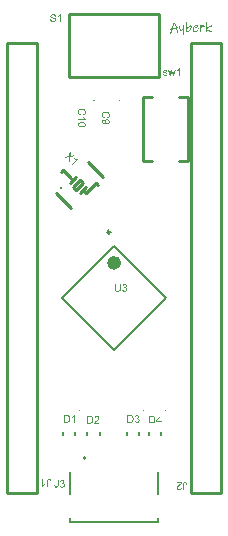
<source format=gbr>
%TF.GenerationSoftware,Altium Limited,Altium Designer,19.1.8 (144)*%
G04 Layer_Color=65535*
%FSLAX26Y26*%
%MOIN*%
%TF.FileFunction,Legend,Top*%
%TF.Part,Single*%
G01*
G75*
%TA.AperFunction,NonConductor*%
%ADD40C,0.010000*%
%ADD41C,0.009842*%
%ADD42C,0.003937*%
%ADD45C,0.007874*%
%ADD61C,0.023622*%
%TA.AperFunction,OtherPad,Pad X1-5 (161.013mil,1086.201mil)*%
%ADD62C,0.010000*%
%TA.AperFunction,NonConductor*%
%ADD63C,0.005000*%
G36*
X539602Y1638200D02*
X539824Y1638144D01*
X540102Y1637978D01*
X540490Y1637756D01*
X540879Y1637367D01*
X541267Y1636868D01*
X541711Y1636146D01*
X541767Y1636035D01*
X541933Y1635813D01*
X542155Y1635369D01*
X542433Y1634814D01*
X542821Y1634093D01*
X543210Y1633316D01*
X543598Y1632372D01*
X543987Y1631429D01*
X544042Y1631373D01*
X544098Y1631151D01*
X544209Y1630763D01*
X544431Y1630263D01*
X544653Y1629597D01*
X544875Y1628765D01*
X545208Y1627821D01*
X545541Y1626767D01*
Y1626711D01*
X545596Y1626656D01*
X545652Y1626489D01*
X545707Y1626267D01*
X545874Y1625768D01*
X546040Y1625157D01*
X546262Y1624491D01*
X546429Y1623881D01*
X546595Y1623381D01*
X546706Y1622993D01*
X546762D01*
X546873Y1623048D01*
X547095Y1623104D01*
X547372Y1623159D01*
X547428Y1623215D01*
X547650Y1623270D01*
X547816Y1623326D01*
X547983Y1623381D01*
X548094Y1623437D01*
X548205Y1623548D01*
X548371Y1623659D01*
X548427Y1623714D01*
X548538Y1623770D01*
X548760Y1623936D01*
X549037Y1624047D01*
X549093Y1624103D01*
X549315Y1624158D01*
X549592D01*
X549981Y1624047D01*
X550036D01*
X550147Y1623936D01*
X550425Y1623659D01*
X550591Y1623437D01*
X550758Y1623159D01*
X550813Y1622826D01*
X550869Y1622438D01*
Y1622382D01*
Y1622160D01*
X550758Y1621883D01*
X550647Y1621494D01*
X550591Y1621439D01*
X550480Y1621217D01*
X550258Y1620995D01*
X549981Y1620773D01*
X549925Y1620717D01*
X549648Y1620551D01*
X549426Y1620495D01*
X549204Y1620384D01*
X548871Y1620273D01*
X548482Y1620162D01*
X548427D01*
X548316Y1620107D01*
X547927Y1620051D01*
X547761D01*
X547594Y1619996D01*
X547428D01*
Y1619940D01*
Y1619774D01*
X547317Y1619385D01*
X547206Y1619219D01*
X547150Y1619108D01*
X546984Y1619052D01*
X546817Y1619163D01*
X546873Y1619108D01*
X547039Y1618886D01*
X547261Y1618553D01*
X547539Y1618053D01*
X547816Y1617443D01*
X548094Y1616721D01*
X548316Y1615833D01*
X548538Y1614890D01*
Y1614834D01*
X548593Y1614723D01*
X548649Y1614501D01*
X548704Y1614168D01*
X548760Y1613780D01*
X548871Y1613391D01*
X549093Y1612337D01*
X549315Y1611171D01*
X549592Y1609895D01*
X549925Y1608563D01*
X550258Y1607286D01*
Y1607231D01*
X550314Y1607120D01*
X550369Y1606953D01*
X550425Y1606731D01*
X550480Y1606287D01*
X550536Y1606121D01*
Y1606010D01*
Y1605954D01*
Y1605899D01*
X550480Y1605621D01*
X550314Y1605233D01*
X549981Y1604844D01*
X549870Y1604789D01*
X549592Y1604622D01*
X549204Y1604400D01*
X548704Y1604345D01*
X548593D01*
X548260Y1604456D01*
X547872Y1604622D01*
X547705Y1604789D01*
X547483Y1605011D01*
Y1605066D01*
X547428Y1605122D01*
X547261Y1605399D01*
X547039Y1605732D01*
X546873Y1606065D01*
Y1606121D01*
X546817Y1606343D01*
X546706Y1606676D01*
X546595Y1607120D01*
X546484Y1607675D01*
X546373Y1608285D01*
X546096Y1609617D01*
Y1609728D01*
X546040Y1609950D01*
X545985Y1610394D01*
X545874Y1610949D01*
X545763Y1611615D01*
X545596Y1612448D01*
X545430Y1613336D01*
X545263Y1614390D01*
Y1614446D01*
X545208Y1614612D01*
X545152Y1614890D01*
X545097Y1615278D01*
X544986Y1615722D01*
X544875Y1616277D01*
X544764Y1616832D01*
X544597Y1617498D01*
Y1617554D01*
X544542Y1617776D01*
X544486Y1618109D01*
X544375Y1618442D01*
X544320Y1618830D01*
X544264Y1619163D01*
X544209Y1619385D01*
X544153Y1619552D01*
X544042D01*
X543876Y1619496D01*
X543709D01*
X543432Y1619441D01*
X543099Y1619385D01*
X542655Y1619274D01*
X542155Y1619219D01*
X541600Y1619108D01*
X540934Y1618997D01*
X540157Y1618886D01*
X539325Y1618719D01*
X538381Y1618553D01*
X537382Y1618386D01*
X536217Y1618220D01*
X534996Y1617998D01*
X532554Y1617609D01*
X531666Y1615056D01*
X530278Y1611116D01*
Y1611060D01*
X530223Y1610894D01*
X530112Y1610672D01*
X530001Y1610339D01*
X529890Y1609895D01*
X529723Y1609451D01*
X529390Y1608341D01*
X529002Y1607064D01*
X528613Y1605788D01*
X528280Y1604511D01*
X527947Y1603290D01*
Y1603235D01*
X527892Y1603179D01*
X527781Y1602902D01*
X527559Y1602513D01*
X527226Y1602069D01*
X527115Y1601958D01*
X526837Y1601792D01*
X526393Y1601570D01*
X526116Y1601514D01*
X525838Y1601459D01*
X525727D01*
X525450Y1601514D01*
X525061Y1601625D01*
X524617Y1601903D01*
X524562Y1601958D01*
X524395Y1602180D01*
X524173Y1602569D01*
X524118Y1603068D01*
Y1603124D01*
Y1603179D01*
X524173Y1603346D01*
Y1603568D01*
X524229Y1603845D01*
X524340Y1604289D01*
X524506Y1604733D01*
X524673Y1605344D01*
X524728Y1605399D01*
X524784Y1605621D01*
X524895Y1605899D01*
X525006Y1606232D01*
X525117Y1606565D01*
X525228Y1606898D01*
X525339Y1607175D01*
X525394Y1607342D01*
X525450Y1607453D01*
X525505Y1607619D01*
X525561Y1607786D01*
X525672Y1608119D01*
X525783Y1608507D01*
X525949Y1608951D01*
X526116Y1609562D01*
X526171Y1609673D01*
X526227Y1609895D01*
X526393Y1610283D01*
X526560Y1610838D01*
X526782Y1611504D01*
X527059Y1612226D01*
X527392Y1613058D01*
X527725Y1613946D01*
Y1614002D01*
X527781Y1614057D01*
X527892Y1614335D01*
X528058Y1614723D01*
X528225Y1615223D01*
X528447Y1615722D01*
X528669Y1616222D01*
X528835Y1616610D01*
X529002Y1616888D01*
X528946D01*
X528724Y1616777D01*
X528391Y1616721D01*
X527947Y1616555D01*
X527059Y1616277D01*
X526560Y1616166D01*
X526171Y1616055D01*
X526060D01*
X525838Y1615944D01*
X525505Y1615889D01*
X525117Y1615778D01*
X524673Y1615667D01*
X524284Y1615611D01*
X523951Y1615500D01*
X523563D01*
X523230Y1615556D01*
X522841Y1615722D01*
X522508Y1616055D01*
Y1616111D01*
X522453Y1616166D01*
X522342Y1616444D01*
X522175Y1616832D01*
X522120Y1617276D01*
Y1617332D01*
Y1617387D01*
X522175Y1617720D01*
X522286Y1618053D01*
X522508Y1618331D01*
X522619Y1618386D01*
X522841Y1618553D01*
X523230Y1618719D01*
X523729Y1618886D01*
X523785D01*
X524062Y1618941D01*
X524395Y1619052D01*
X524839Y1619163D01*
X525394Y1619274D01*
X526060Y1619441D01*
X527448Y1619718D01*
X527559D01*
X527781Y1619774D01*
X528114Y1619885D01*
X528502Y1619940D01*
X529390Y1620162D01*
X529779Y1620218D01*
X530056Y1620273D01*
Y1620329D01*
X530112Y1620440D01*
X530167Y1620662D01*
X530278Y1620939D01*
X530500Y1621550D01*
X530667Y1622271D01*
X530722Y1622382D01*
X530833Y1622660D01*
X531000Y1623159D01*
X531166Y1623770D01*
Y1623825D01*
X531222Y1623936D01*
X531277Y1624158D01*
X531388Y1624436D01*
X531499Y1624824D01*
X531610Y1625268D01*
X531721Y1625712D01*
X531888Y1626267D01*
X532609Y1628765D01*
Y1628820D01*
X532665Y1629042D01*
X532776Y1629375D01*
X532887Y1629764D01*
X533053Y1630263D01*
X533220Y1630818D01*
X533553Y1632039D01*
X533941Y1633260D01*
X534108Y1633871D01*
X534274Y1634426D01*
X534385Y1634870D01*
X534496Y1635314D01*
X534607Y1635591D01*
X534663Y1635813D01*
Y1635869D01*
X534718Y1635924D01*
X534829Y1636257D01*
X534996Y1636646D01*
X535218Y1637034D01*
X535273Y1637145D01*
X535440Y1637312D01*
X535773Y1637478D01*
X536217Y1637589D01*
X536772D01*
X537271Y1637478D01*
X537715Y1637380D01*
Y1637423D01*
X537826Y1637589D01*
X537882Y1637645D01*
X537993Y1637756D01*
X538215Y1637922D01*
X538437Y1638089D01*
X538492Y1638144D01*
X538714Y1638200D01*
X538992Y1638255D01*
X539436D01*
X539602Y1638200D01*
D02*
G37*
G36*
X645663Y1641752D02*
X645940Y1641696D01*
X646218Y1641474D01*
X646273Y1641419D01*
X646384Y1641252D01*
X646440Y1640975D01*
X646495Y1640586D01*
Y1640475D01*
Y1640309D01*
Y1640087D01*
Y1639809D01*
Y1639421D01*
Y1638977D01*
X646551Y1638422D01*
Y1637756D01*
Y1637034D01*
X646606Y1636202D01*
Y1635258D01*
X646662Y1634204D01*
Y1633038D01*
X646717Y1631762D01*
X646773Y1630319D01*
Y1630208D01*
Y1629986D01*
X646828Y1629597D01*
Y1629042D01*
Y1628432D01*
X646884Y1627710D01*
X646939Y1626878D01*
Y1626045D01*
X647050Y1624269D01*
X647106Y1622493D01*
X647161Y1621661D01*
Y1620884D01*
X647217Y1620218D01*
Y1619607D01*
X647272Y1619663D01*
X647328Y1619718D01*
X647661Y1620051D01*
X648160Y1620551D01*
X648826Y1621161D01*
X649659Y1621938D01*
X650658Y1622771D01*
X651712Y1623714D01*
X652822Y1624658D01*
X654043Y1625546D01*
X655264Y1626489D01*
X656485Y1627322D01*
X657762Y1628099D01*
X658983Y1628709D01*
X660148Y1629209D01*
X661258Y1629542D01*
X661758Y1629653D01*
X662646D01*
X662923Y1629597D01*
X663589Y1629431D01*
X664255Y1629153D01*
X664311D01*
X664422Y1629098D01*
X664699Y1628876D01*
X665032Y1628543D01*
X665088Y1628321D01*
X665143Y1628099D01*
Y1628043D01*
Y1627932D01*
X665088Y1627766D01*
X665032Y1627599D01*
X664810Y1627044D01*
X664644Y1626711D01*
X664366Y1626378D01*
X664311Y1626323D01*
X664255Y1626267D01*
X663867Y1625934D01*
X663367Y1625657D01*
X663090Y1625546D01*
X662812Y1625490D01*
X662701D01*
X662479Y1625546D01*
X662146Y1625657D01*
X661758Y1625879D01*
X661702Y1625934D01*
X661536Y1626101D01*
X661314Y1626212D01*
X661258Y1626267D01*
X661036D01*
X660759Y1626156D01*
X660370Y1626045D01*
X659815Y1625823D01*
X659149Y1625546D01*
X658317Y1625102D01*
X657373Y1624547D01*
X657318D01*
X657262Y1624491D01*
X657096Y1624380D01*
X656929Y1624269D01*
X656374Y1623881D01*
X655653Y1623381D01*
X654820Y1622771D01*
X653821Y1622105D01*
X652822Y1621328D01*
X651712Y1620440D01*
X651657D01*
X651601Y1620329D01*
X651268Y1620051D01*
X650713Y1619607D01*
X650103Y1619108D01*
X649381Y1618497D01*
X648715Y1617887D01*
X648049Y1617221D01*
X647439Y1616666D01*
X647494Y1616277D01*
X647550D01*
X647661Y1616222D01*
X647827Y1616111D01*
X648105Y1616000D01*
X648438Y1615833D01*
X648826Y1615667D01*
X649270Y1615445D01*
X649770Y1615223D01*
X650880Y1614723D01*
X652212Y1614113D01*
X653710Y1613502D01*
X655264Y1612781D01*
X655320D01*
X655431Y1612725D01*
X655653Y1612614D01*
X655986Y1612503D01*
X656319Y1612337D01*
X656707Y1612170D01*
X657651Y1611837D01*
X658594Y1611449D01*
X659593Y1611116D01*
X660426Y1610838D01*
X660814Y1610727D01*
X661147Y1610672D01*
X661258D01*
X661591Y1610616D01*
X662035Y1610561D01*
X662479Y1610505D01*
X662812D01*
X663145Y1610450D01*
X663700D01*
X664033Y1610394D01*
X664366Y1610339D01*
X664477D01*
X664644Y1610228D01*
X664810Y1610061D01*
X664921Y1609784D01*
Y1609728D01*
Y1609617D01*
X664866Y1609506D01*
X664810Y1609284D01*
X664644Y1609062D01*
X664477Y1608785D01*
X664200Y1608507D01*
X663867Y1608230D01*
X663811D01*
X663700Y1608119D01*
X663423Y1608008D01*
X663090Y1607897D01*
X662701Y1607786D01*
X662202Y1607675D01*
X661591Y1607619D01*
X660925Y1607564D01*
X660592D01*
X660259Y1607619D01*
X659704Y1607730D01*
X659094Y1607841D01*
X658317Y1608063D01*
X657484Y1608341D01*
X656485Y1608729D01*
X656430D01*
X656374Y1608785D01*
X656208Y1608840D01*
X655986Y1608951D01*
X655431Y1609229D01*
X654709Y1609562D01*
X653766Y1610006D01*
X652711Y1610561D01*
X651490Y1611116D01*
X650214Y1611782D01*
X647827Y1613280D01*
Y1613225D01*
X647883Y1613058D01*
Y1612781D01*
X647938Y1612392D01*
X647994Y1612004D01*
X648049Y1611504D01*
X648160Y1610450D01*
X648271Y1609340D01*
X648327Y1608341D01*
X648382Y1607952D01*
X648438Y1607619D01*
Y1607342D01*
Y1607175D01*
Y1607120D01*
Y1607064D01*
X648327Y1606731D01*
X648160Y1606343D01*
X647938Y1606121D01*
X647716Y1605954D01*
X647661D01*
X647605Y1605899D01*
X647272Y1605732D01*
X646828Y1605566D01*
X646273Y1605510D01*
X646162D01*
X645996Y1605566D01*
X645829Y1605677D01*
X645663Y1605843D01*
X645496Y1606065D01*
X645330Y1606398D01*
X645219Y1606842D01*
Y1606898D01*
X645163Y1607120D01*
X645108Y1607397D01*
X645052Y1607897D01*
X644941Y1608507D01*
X644830Y1609340D01*
X644719Y1610283D01*
X644608Y1611449D01*
X644331Y1614113D01*
X644275Y1614168D01*
X644053Y1614279D01*
X643720Y1614501D01*
X643332Y1614834D01*
X643276Y1614945D01*
X643110Y1615167D01*
X642888Y1615556D01*
X642832Y1616000D01*
Y1616055D01*
Y1616111D01*
X642943Y1616499D01*
X643054Y1616721D01*
X643221Y1616943D01*
X643443Y1617221D01*
X643776Y1617498D01*
Y1617554D01*
Y1617609D01*
Y1617776D01*
Y1617942D01*
Y1618220D01*
Y1618497D01*
X643720Y1619274D01*
X643665Y1620273D01*
Y1621494D01*
X643554Y1622937D01*
X643498Y1624602D01*
Y1624658D01*
Y1624824D01*
Y1625046D01*
Y1625379D01*
X643443Y1625768D01*
Y1626212D01*
X643387Y1627266D01*
X643332Y1628376D01*
Y1629542D01*
X643276Y1630596D01*
X643221Y1631096D01*
Y1631540D01*
X642999Y1638144D01*
Y1638200D01*
Y1638366D01*
Y1638644D01*
X643054Y1639032D01*
X643165Y1639809D01*
X643387Y1640697D01*
Y1640753D01*
X643498Y1640864D01*
X643609Y1641030D01*
X643776Y1641252D01*
X643998Y1641474D01*
X644331Y1641641D01*
X644775Y1641752D01*
X645274Y1641807D01*
X645385D01*
X645663Y1641752D01*
D02*
G37*
G36*
X635895Y1631096D02*
X636616Y1630929D01*
X637393Y1630596D01*
X637449D01*
X637560Y1630485D01*
X637782Y1630374D01*
X638004Y1630263D01*
X638559Y1629819D01*
X639058Y1629264D01*
X639114Y1629209D01*
X639169Y1629098D01*
X639280Y1628931D01*
X639391Y1628765D01*
X639613Y1628210D01*
X639724Y1627932D01*
Y1627599D01*
Y1627488D01*
X639613Y1627211D01*
X639447Y1626767D01*
X639225Y1626545D01*
X639003Y1626267D01*
X638947D01*
X638892Y1626156D01*
X638559Y1625934D01*
X638115Y1625712D01*
X637893Y1625657D01*
X637615Y1625601D01*
X637560D01*
X637338Y1625657D01*
X637005Y1625768D01*
X636727Y1625934D01*
X636672Y1625990D01*
X636505Y1626212D01*
X636228Y1626489D01*
X635895Y1626878D01*
X635839Y1626933D01*
X635728Y1627155D01*
X635451Y1627322D01*
X635173Y1627544D01*
X635118Y1627599D01*
X634896Y1627710D01*
X634618Y1627766D01*
X634285Y1627821D01*
X634230D01*
X634063Y1627766D01*
X633841Y1627655D01*
X633453Y1627377D01*
X633009Y1626989D01*
X632731Y1626711D01*
X632454Y1626323D01*
X632121Y1625934D01*
X631732Y1625490D01*
X631344Y1624935D01*
X630955Y1624325D01*
Y1624269D01*
X630844Y1624158D01*
X630733Y1623992D01*
X630567Y1623714D01*
X630400Y1623381D01*
X630123Y1622937D01*
X629845Y1622493D01*
X629568Y1621938D01*
X629235Y1621328D01*
X628902Y1620662D01*
X628569Y1619940D01*
X628180Y1619108D01*
X627403Y1617387D01*
X626571Y1615445D01*
Y1615389D01*
Y1615278D01*
Y1615056D01*
Y1614779D01*
X626626Y1614446D01*
Y1613946D01*
Y1613447D01*
X626682Y1612836D01*
Y1612781D01*
X626737Y1612559D01*
Y1612281D01*
X626793Y1611893D01*
X626848Y1611116D01*
X626904Y1610727D01*
Y1610394D01*
X627015Y1608396D01*
Y1608341D01*
Y1608285D01*
X626959Y1607952D01*
X626848Y1607508D01*
X626626Y1607009D01*
X626571Y1606898D01*
X626293Y1606676D01*
X626127Y1606565D01*
X625849Y1606454D01*
X625572Y1606398D01*
X625183Y1606343D01*
X625128D01*
X625017Y1606398D01*
X624795Y1606454D01*
X624517Y1606620D01*
X624295Y1606898D01*
X624018Y1607342D01*
X623851Y1607897D01*
X623685Y1608674D01*
Y1608729D01*
Y1608785D01*
X623629Y1609118D01*
X623574Y1609673D01*
X623518Y1610394D01*
X623463Y1611338D01*
X623407Y1612448D01*
Y1613724D01*
X623352Y1615223D01*
Y1615278D01*
Y1615389D01*
Y1615667D01*
Y1615944D01*
Y1616388D01*
Y1616888D01*
X623296Y1617498D01*
Y1618164D01*
Y1618275D01*
Y1618497D01*
Y1618941D01*
Y1619496D01*
Y1620218D01*
X623241Y1620995D01*
Y1621883D01*
X623185Y1622882D01*
Y1622937D01*
Y1623048D01*
Y1623270D01*
Y1623548D01*
X623130Y1623881D01*
Y1624269D01*
Y1625157D01*
X623074Y1626101D01*
Y1627044D01*
X623019Y1627932D01*
Y1628709D01*
Y1628765D01*
X623074Y1628931D01*
X623130Y1629209D01*
X623241Y1629486D01*
X623463Y1629764D01*
X623796Y1630041D01*
X624240Y1630208D01*
X624850Y1630263D01*
X625072D01*
X625239Y1630208D01*
X625516Y1630152D01*
X625738Y1630041D01*
X625960Y1629875D01*
X626182Y1629653D01*
X626293Y1629375D01*
Y1629320D01*
X626349Y1629209D01*
Y1628987D01*
X626404Y1628709D01*
X626460Y1628265D01*
Y1627766D01*
X626515Y1627211D01*
Y1626489D01*
Y1619607D01*
X626571Y1619774D01*
X626626Y1619996D01*
X626737Y1620662D01*
X626959Y1621439D01*
X627237Y1622382D01*
X627570Y1623381D01*
X628069Y1624436D01*
X628624Y1625490D01*
Y1625546D01*
X628680Y1625601D01*
X628902Y1625934D01*
X629235Y1626434D01*
X629679Y1627044D01*
X630234Y1627710D01*
X630789Y1628376D01*
X631399Y1629042D01*
X632010Y1629653D01*
X632065Y1629708D01*
X632287Y1629875D01*
X632620Y1630152D01*
X633064Y1630430D01*
X633564Y1630652D01*
X634063Y1630929D01*
X634618Y1631096D01*
X635173Y1631151D01*
X635617D01*
X635895Y1631096D01*
D02*
G37*
G36*
X569850Y1630541D02*
X570294Y1630374D01*
X570516Y1630152D01*
X570738Y1629930D01*
X570793Y1629875D01*
X570849Y1629819D01*
X571071Y1629542D01*
X571237Y1629098D01*
X571348Y1628876D01*
Y1628598D01*
Y1628543D01*
Y1628376D01*
Y1628043D01*
X571293Y1627544D01*
X571237Y1626933D01*
X571126Y1626045D01*
X571071Y1625546D01*
X570960Y1624991D01*
X570904Y1624325D01*
X570793Y1623659D01*
Y1623603D01*
Y1623492D01*
X570738Y1623270D01*
X570682Y1622993D01*
X570627Y1622327D01*
X570516Y1621550D01*
X570405Y1620717D01*
X570294Y1619996D01*
X570238Y1619663D01*
Y1619385D01*
X570183Y1619163D01*
Y1619052D01*
Y1618997D01*
Y1618775D01*
X570127Y1618497D01*
X570072Y1618109D01*
X570016Y1617609D01*
X569961Y1617054D01*
X569905Y1616444D01*
X569850Y1615778D01*
X569683Y1614335D01*
X569572Y1612892D01*
X569406Y1611449D01*
X569350Y1610838D01*
X569295Y1610228D01*
Y1610172D01*
Y1610117D01*
Y1609950D01*
X569239Y1609728D01*
Y1609173D01*
X569184Y1608452D01*
X569128Y1607619D01*
Y1606676D01*
X569073Y1604789D01*
Y1604678D01*
Y1604456D01*
Y1604123D01*
X569128Y1603679D01*
X569184Y1602624D01*
X569239Y1602125D01*
X569350Y1601681D01*
Y1601625D01*
X569406Y1601514D01*
X569461Y1601292D01*
X569572Y1601015D01*
X569794Y1600404D01*
X570016Y1599794D01*
Y1599738D01*
X570072Y1599683D01*
X570238Y1599405D01*
X570349Y1599072D01*
X570405Y1598850D01*
Y1598795D01*
Y1598739D01*
X570294Y1598462D01*
X570183Y1598240D01*
X570016Y1598073D01*
X569794Y1597907D01*
X569461Y1597740D01*
X569406D01*
X569295Y1597685D01*
X569128Y1597629D01*
X568851Y1597518D01*
X568296Y1597352D01*
X567574Y1597296D01*
X567519D01*
X567408Y1597352D01*
X567241Y1597407D01*
X567019Y1597518D01*
X566797Y1597740D01*
X566520Y1598073D01*
X566298Y1598573D01*
X566131Y1599183D01*
Y1599294D01*
X566076Y1599516D01*
X566020Y1599960D01*
X565965Y1600571D01*
X565854Y1601292D01*
X565798Y1602236D01*
X565743Y1603346D01*
Y1604622D01*
Y1604678D01*
Y1604733D01*
Y1604900D01*
Y1605122D01*
Y1605399D01*
X565798Y1605732D01*
Y1606121D01*
Y1606509D01*
X565854Y1607564D01*
X565965Y1608840D01*
X566131Y1610283D01*
X566298Y1611893D01*
X566935Y1617520D01*
X566908Y1617387D01*
X566742Y1616943D01*
X566575Y1616333D01*
X566242Y1615667D01*
X565854Y1614834D01*
X565299Y1614002D01*
X564633Y1613114D01*
X564522Y1613003D01*
X564300Y1612725D01*
X563911Y1612392D01*
X563412Y1611948D01*
X562746Y1611504D01*
X562080Y1611171D01*
X561303Y1610894D01*
X560470Y1610783D01*
X560359D01*
X560137Y1610838D01*
X559693Y1610949D01*
X559194Y1611227D01*
X558639Y1611615D01*
X558306Y1611893D01*
X557973Y1612226D01*
X557695Y1612614D01*
X557362Y1613058D01*
X557029Y1613558D01*
X556752Y1614168D01*
Y1614224D01*
X556696Y1614335D01*
X556585Y1614501D01*
X556474Y1614779D01*
X556363Y1615056D01*
X556197Y1615445D01*
X556030Y1615889D01*
X555864Y1616388D01*
X555475Y1617498D01*
X555087Y1618775D01*
X554698Y1620218D01*
X554365Y1621716D01*
Y1621772D01*
X554310Y1621883D01*
Y1622105D01*
X554254Y1622382D01*
X554199Y1622715D01*
X554088Y1623159D01*
X553977Y1624047D01*
X553810Y1625046D01*
X553644Y1626045D01*
X553588Y1626989D01*
X553533Y1627821D01*
Y1627877D01*
Y1628099D01*
X553588Y1628321D01*
X553699Y1628654D01*
X553810Y1628931D01*
X554032Y1629209D01*
X554310Y1629375D01*
X554698Y1629431D01*
X554754D01*
X554920Y1629375D01*
X555198Y1629320D01*
X555475Y1629153D01*
X555808Y1628876D01*
X556086Y1628487D01*
X556363Y1627932D01*
X556530Y1627211D01*
Y1627155D01*
Y1627044D01*
X556585Y1626878D01*
X556641Y1626656D01*
Y1626378D01*
X556696Y1626045D01*
X556863Y1625213D01*
X557029Y1624214D01*
X557251Y1623159D01*
X557473Y1621994D01*
X557751Y1620773D01*
X558084Y1619552D01*
X558417Y1618386D01*
X558805Y1617332D01*
X559194Y1616333D01*
X559638Y1615500D01*
X559860Y1615167D01*
X560082Y1614890D01*
X560304Y1614668D01*
X560581Y1614501D01*
X560803Y1614390D01*
X561081Y1614335D01*
X561247D01*
X561469Y1614390D01*
X561747Y1614446D01*
X562024Y1614557D01*
X562357Y1614723D01*
X562690Y1614945D01*
X563023Y1615223D01*
X563079Y1615278D01*
X563190Y1615389D01*
X563356Y1615611D01*
X563634Y1615944D01*
X563967Y1616388D01*
X564300Y1616888D01*
X564744Y1617554D01*
X565188Y1618275D01*
X565243Y1618331D01*
X565299Y1618442D01*
X565410Y1618664D01*
X565576Y1618941D01*
X565743Y1619330D01*
X565965Y1619774D01*
X566242Y1620273D01*
X566464Y1620828D01*
X566520Y1620884D01*
X566575Y1621106D01*
X566742Y1621383D01*
X566853Y1621772D01*
X567241Y1622660D01*
X567574Y1623548D01*
X567907Y1628321D01*
Y1628376D01*
Y1628487D01*
X567963Y1628709D01*
Y1628931D01*
X568074Y1629542D01*
X568240Y1630041D01*
Y1630097D01*
X568296Y1630152D01*
X568518Y1630374D01*
X568851Y1630541D01*
X569128Y1630652D01*
X569517D01*
X569850Y1630541D01*
D02*
G37*
G36*
X612807Y1631151D02*
X613306Y1631096D01*
X613806Y1630985D01*
X614361Y1630818D01*
X614916Y1630596D01*
X615471Y1630319D01*
X615526Y1630263D01*
X615693Y1630152D01*
X615915Y1629930D01*
X616192Y1629653D01*
X616414Y1629320D01*
X616636Y1628820D01*
X616803Y1628321D01*
X616858Y1627710D01*
Y1627655D01*
X616803Y1627377D01*
X616747Y1627044D01*
X616636Y1626545D01*
X616359Y1625990D01*
X616026Y1625435D01*
X615526Y1624769D01*
X614860Y1624158D01*
X614749Y1624103D01*
X614527Y1623881D01*
X614083Y1623548D01*
X613473Y1623159D01*
X612751Y1622715D01*
X611863Y1622216D01*
X610864Y1621772D01*
X609754Y1621272D01*
X609699D01*
X609643Y1621217D01*
X609477Y1621161D01*
X609255Y1621050D01*
X608644Y1620884D01*
X607867Y1620606D01*
X606979Y1620329D01*
X605980Y1620051D01*
X604926Y1619829D01*
X603816Y1619607D01*
Y1619552D01*
X603760Y1619274D01*
X603705Y1618941D01*
X603594Y1618442D01*
X603538Y1617887D01*
X603427Y1617221D01*
X603372Y1616555D01*
Y1615778D01*
Y1615722D01*
Y1615667D01*
Y1615334D01*
X603427Y1614890D01*
X603538Y1614279D01*
X603649Y1613669D01*
X603871Y1613003D01*
X604149Y1612337D01*
X604537Y1611782D01*
X604593Y1611726D01*
X604759Y1611560D01*
X605037Y1611338D01*
X605370Y1611116D01*
X605869Y1610838D01*
X606424Y1610616D01*
X607090Y1610450D01*
X607867Y1610394D01*
X608200D01*
X608422Y1610450D01*
X609088Y1610505D01*
X609865Y1610727D01*
X610753Y1611005D01*
X611697Y1611449D01*
X612585Y1612059D01*
X613029Y1612448D01*
X613473Y1612892D01*
Y1612947D01*
X613584Y1613003D01*
X613861Y1613336D01*
X614250Y1613891D01*
X614749Y1614557D01*
X615304Y1615445D01*
X615915Y1616388D01*
X616525Y1617498D01*
X617136Y1618664D01*
Y1618719D01*
X617247Y1618886D01*
X617358Y1619108D01*
X617524Y1619552D01*
Y1619607D01*
X617580Y1619663D01*
X617746Y1619885D01*
X618024Y1620107D01*
X618190Y1620218D01*
X618468D01*
X618801Y1620051D01*
X618912Y1619940D01*
X619078Y1619718D01*
X619134Y1619441D01*
X619189Y1619052D01*
Y1618997D01*
Y1618886D01*
X619134Y1618608D01*
X619023Y1618220D01*
X618856Y1617665D01*
X618634Y1616999D01*
X618301Y1616166D01*
X617857Y1615112D01*
Y1615056D01*
X617802Y1615001D01*
X617746Y1614834D01*
X617635Y1614612D01*
X617302Y1614057D01*
X616914Y1613280D01*
X616359Y1612448D01*
X615637Y1611504D01*
X614860Y1610561D01*
X613917Y1609562D01*
X613861D01*
X613806Y1609451D01*
X613639Y1609340D01*
X613473Y1609173D01*
X612862Y1608729D01*
X612141Y1608285D01*
X611197Y1607841D01*
X610087Y1607397D01*
X608811Y1607120D01*
X608145Y1607064D01*
X607423Y1607009D01*
X607090D01*
X606868Y1607064D01*
X606258Y1607120D01*
X605536Y1607286D01*
X604648Y1607508D01*
X603760Y1607841D01*
X602817Y1608341D01*
X601984Y1609007D01*
X601873Y1609118D01*
X601651Y1609395D01*
X601318Y1609839D01*
X600930Y1610505D01*
X600486Y1611393D01*
X600153Y1612448D01*
X599931Y1613724D01*
X599820Y1615167D01*
Y1615223D01*
Y1615334D01*
Y1615556D01*
X599875Y1615833D01*
Y1616166D01*
X599931Y1616555D01*
X600042Y1617554D01*
X600264Y1618719D01*
X600541Y1619996D01*
X600985Y1621328D01*
X601540Y1622715D01*
Y1622771D01*
X601651Y1622882D01*
X601707Y1623048D01*
X601873Y1623326D01*
X602040Y1623659D01*
X602262Y1623992D01*
X602761Y1624880D01*
X603427Y1625823D01*
X604260Y1626878D01*
X605148Y1627877D01*
X606147Y1628820D01*
X606202Y1628876D01*
X606258Y1628931D01*
X606424Y1629042D01*
X606646Y1629209D01*
X607201Y1629597D01*
X607978Y1630041D01*
X608866Y1630430D01*
X609921Y1630818D01*
X610975Y1631096D01*
X611586Y1631207D01*
X612474D01*
X612807Y1631151D01*
D02*
G37*
G36*
X577120Y1642806D02*
X577398Y1642695D01*
X577675Y1642584D01*
X577953Y1642362D01*
X578230Y1642029D01*
X578452Y1641641D01*
X578508Y1641585D01*
X578563Y1641419D01*
X578674Y1641197D01*
X578785Y1640864D01*
X578896Y1640531D01*
X578952Y1640087D01*
X579063Y1639587D01*
Y1639088D01*
Y1636590D01*
Y1636535D01*
Y1636479D01*
Y1636313D01*
Y1636091D01*
Y1635480D01*
Y1634703D01*
Y1633760D01*
Y1632650D01*
X579118Y1631429D01*
Y1630152D01*
Y1628765D01*
Y1627322D01*
X579229Y1624491D01*
Y1623048D01*
X579285Y1621716D01*
X579340Y1620440D01*
X579396Y1619274D01*
Y1619219D01*
Y1619163D01*
Y1618830D01*
X579451Y1618331D01*
Y1617831D01*
X579416Y1617478D01*
X579507Y1617720D01*
X579729Y1618275D01*
X580062Y1618886D01*
X580450Y1619607D01*
X580506Y1619718D01*
X580672Y1619940D01*
X580894Y1620329D01*
X581227Y1620828D01*
X581671Y1621439D01*
X582115Y1622105D01*
X582670Y1622826D01*
X583281Y1623548D01*
Y1623603D01*
X583392Y1623659D01*
X583614Y1624047D01*
X584002Y1624547D01*
X584557Y1625213D01*
X585223Y1625934D01*
X586000Y1626711D01*
X586833Y1627544D01*
X587832Y1628265D01*
X587887D01*
X587943Y1628321D01*
X588276Y1628543D01*
X588831Y1628876D01*
X589497Y1629209D01*
X590274Y1629542D01*
X591106Y1629875D01*
X591939Y1630097D01*
X592827Y1630152D01*
X593104D01*
X593437Y1630097D01*
X593770Y1630041D01*
X594214Y1629875D01*
X594658Y1629708D01*
X595102Y1629431D01*
X595546Y1629042D01*
X595602Y1628987D01*
X595713Y1628876D01*
X595879Y1628598D01*
X596101Y1628265D01*
X596323Y1627821D01*
X596490Y1627322D01*
X596601Y1626711D01*
X596656Y1625990D01*
Y1625934D01*
Y1625823D01*
Y1625601D01*
X596601Y1625268D01*
X596545Y1624880D01*
X596490Y1624436D01*
X596379Y1623881D01*
X596268Y1623326D01*
X596046Y1622660D01*
X595824Y1621938D01*
X595602Y1621217D01*
X595269Y1620440D01*
X594880Y1619607D01*
X594436Y1618719D01*
X593937Y1617831D01*
X593326Y1616943D01*
X593271Y1616888D01*
X593160Y1616721D01*
X592993Y1616499D01*
X592716Y1616111D01*
X592438Y1615722D01*
X592050Y1615223D01*
X591606Y1614668D01*
X591106Y1614113D01*
X590551Y1613447D01*
X589885Y1612781D01*
X588553Y1611393D01*
X586944Y1610006D01*
X585223Y1608674D01*
X585112Y1608618D01*
X584835Y1608396D01*
X584391Y1608063D01*
X583836Y1607730D01*
X583281Y1607397D01*
X582670Y1607064D01*
X582060Y1606842D01*
X581560Y1606787D01*
X581449D01*
X581116Y1606842D01*
X580728Y1607009D01*
X580339Y1607286D01*
X580284Y1607397D01*
X580117Y1607619D01*
X579951Y1608008D01*
X579895Y1608507D01*
Y1608563D01*
Y1608618D01*
X579951Y1608896D01*
X580117Y1609340D01*
X580450Y1609784D01*
X580506Y1609839D01*
X580561Y1609895D01*
X580672Y1610006D01*
X580894Y1610172D01*
X581116Y1610339D01*
X581449Y1610561D01*
X581782Y1610783D01*
X582226Y1610949D01*
X582282D01*
X582337Y1611005D01*
X582504Y1611060D01*
X582726Y1611171D01*
X583281Y1611504D01*
X584002Y1611893D01*
X584890Y1612448D01*
X585834Y1613114D01*
X586777Y1613946D01*
X587776Y1614834D01*
X587832Y1614890D01*
X587887Y1614945D01*
X588220Y1615278D01*
X588720Y1615833D01*
X589275Y1616555D01*
X589941Y1617387D01*
X590662Y1618275D01*
X591328Y1619330D01*
X591939Y1620384D01*
Y1620440D01*
X591994Y1620495D01*
X592105Y1620662D01*
X592161Y1620884D01*
X592438Y1621439D01*
X592716Y1622105D01*
X592938Y1622937D01*
X593215Y1623770D01*
X593382Y1624658D01*
X593437Y1625490D01*
Y1625546D01*
Y1625601D01*
X593382Y1625879D01*
X593326Y1626212D01*
X593160Y1626489D01*
X593104Y1626545D01*
X592938Y1626656D01*
X592660Y1626711D01*
X592216Y1626767D01*
X591883D01*
X591550Y1626711D01*
X591051Y1626600D01*
X590496Y1626378D01*
X589830Y1626101D01*
X589108Y1625712D01*
X588387Y1625213D01*
X588276Y1625157D01*
X588054Y1624935D01*
X587665Y1624602D01*
X587166Y1624158D01*
X586611Y1623548D01*
X586000Y1622882D01*
X585334Y1622049D01*
X584668Y1621161D01*
X584613Y1621050D01*
X584446Y1620828D01*
X584169Y1620384D01*
X583836Y1619829D01*
X583392Y1619163D01*
X582948Y1618331D01*
X582504Y1617443D01*
X582004Y1616444D01*
Y1616388D01*
X581949Y1616333D01*
X581893Y1616166D01*
X581782Y1615944D01*
X581560Y1615389D01*
X581338Y1614668D01*
X581005Y1613780D01*
X580672Y1612781D01*
X580395Y1611671D01*
X580117Y1610505D01*
Y1610450D01*
X580006Y1610228D01*
X579895Y1609895D01*
X579673Y1609562D01*
X579396Y1609173D01*
X579063Y1608896D01*
X578563Y1608674D01*
X578008Y1608563D01*
X577897D01*
X577620Y1608674D01*
X577287Y1608896D01*
X577065Y1609062D01*
X576898Y1609340D01*
Y1609395D01*
X576843Y1609451D01*
X576676Y1609784D01*
X576510Y1610228D01*
X576454Y1610727D01*
Y1610783D01*
Y1611005D01*
Y1611282D01*
Y1611782D01*
Y1612337D01*
Y1613003D01*
X576399Y1613835D01*
Y1614834D01*
Y1615889D01*
X576343Y1617110D01*
Y1618386D01*
X576288Y1619885D01*
X576232Y1621439D01*
X576177Y1623104D01*
X576121Y1624935D01*
X576066Y1626878D01*
Y1626933D01*
Y1626989D01*
Y1627322D01*
X576010Y1627877D01*
Y1628543D01*
X575955Y1629375D01*
Y1630319D01*
X575899Y1631318D01*
X575844Y1632428D01*
X575788Y1634537D01*
X575733Y1635591D01*
X575677Y1636535D01*
X575622Y1637367D01*
X575566Y1638144D01*
Y1638699D01*
X575511Y1639088D01*
Y1639143D01*
Y1639254D01*
X575455Y1639587D01*
Y1639643D01*
Y1639754D01*
X575400Y1640031D01*
Y1640087D01*
X575344Y1640253D01*
X575289Y1640642D01*
Y1640697D01*
Y1640864D01*
X575233Y1641086D01*
Y1641363D01*
Y1641419D01*
Y1641585D01*
X575289Y1641863D01*
X575400Y1642140D01*
X575622Y1642362D01*
X575844Y1642640D01*
X576232Y1642806D01*
X576732Y1642862D01*
X576898D01*
X577120Y1642806D01*
D02*
G37*
G36*
X134868Y1667186D02*
X135127D01*
X135830Y1667112D01*
X136607Y1667001D01*
X137421Y1666816D01*
X138309Y1666594D01*
X139123Y1666298D01*
X139160D01*
X139234Y1666261D01*
X139345Y1666187D01*
X139493Y1666113D01*
X139863Y1665928D01*
X140344Y1665595D01*
X140899Y1665225D01*
X141454Y1664744D01*
X141972Y1664189D01*
X142453Y1663560D01*
Y1663523D01*
X142490Y1663486D01*
X142564Y1663375D01*
X142638Y1663264D01*
X142823Y1662894D01*
X143045Y1662413D01*
X143304Y1661821D01*
X143489Y1661118D01*
X143674Y1660378D01*
X143748Y1659564D01*
X140492Y1659305D01*
Y1659342D01*
Y1659416D01*
X140455Y1659527D01*
X140418Y1659712D01*
X140307Y1660119D01*
X140159Y1660674D01*
X139937Y1661266D01*
X139604Y1661858D01*
X139197Y1662413D01*
X138679Y1662931D01*
X138605Y1662968D01*
X138420Y1663116D01*
X138050Y1663338D01*
X137569Y1663560D01*
X136940Y1663782D01*
X136200Y1664004D01*
X135275Y1664152D01*
X134239Y1664189D01*
X133721D01*
X133499Y1664152D01*
X133203Y1664115D01*
X132537Y1664041D01*
X131797Y1663893D01*
X131057Y1663708D01*
X130354Y1663412D01*
X130058Y1663227D01*
X129762Y1663042D01*
X129688Y1663005D01*
X129540Y1662857D01*
X129318Y1662598D01*
X129096Y1662302D01*
X128837Y1661895D01*
X128615Y1661451D01*
X128467Y1660933D01*
X128393Y1660341D01*
Y1660267D01*
Y1660119D01*
X128430Y1659860D01*
X128504Y1659564D01*
X128615Y1659194D01*
X128800Y1658824D01*
X129022Y1658454D01*
X129355Y1658084D01*
X129392Y1658047D01*
X129577Y1657936D01*
X129725Y1657825D01*
X129873Y1657751D01*
X130095Y1657640D01*
X130354Y1657492D01*
X130687Y1657381D01*
X131057Y1657233D01*
X131464Y1657085D01*
X131945Y1656900D01*
X132463Y1656752D01*
X133055Y1656567D01*
X133721Y1656419D01*
X134461Y1656234D01*
X134498D01*
X134646Y1656197D01*
X134868Y1656160D01*
X135127Y1656086D01*
X135460Y1656012D01*
X135867Y1655901D01*
X136274Y1655790D01*
X136718Y1655679D01*
X137680Y1655420D01*
X138605Y1655161D01*
X139049Y1655013D01*
X139456Y1654865D01*
X139826Y1654754D01*
X140122Y1654606D01*
X140159D01*
X140233Y1654569D01*
X140344Y1654495D01*
X140492Y1654421D01*
X140899Y1654199D01*
X141380Y1653903D01*
X141935Y1653496D01*
X142490Y1653052D01*
X143008Y1652534D01*
X143452Y1651979D01*
X143489Y1651905D01*
X143637Y1651720D01*
X143785Y1651387D01*
X144007Y1650943D01*
X144192Y1650425D01*
X144377Y1649796D01*
X144488Y1649093D01*
X144525Y1648353D01*
Y1648316D01*
Y1648279D01*
Y1648168D01*
Y1648020D01*
X144451Y1647613D01*
X144377Y1647095D01*
X144229Y1646503D01*
X144044Y1645874D01*
X143748Y1645208D01*
X143341Y1644505D01*
Y1644468D01*
X143304Y1644431D01*
X143119Y1644209D01*
X142860Y1643876D01*
X142490Y1643506D01*
X142009Y1643062D01*
X141417Y1642581D01*
X140751Y1642137D01*
X139974Y1641730D01*
X139937D01*
X139863Y1641693D01*
X139752Y1641656D01*
X139604Y1641582D01*
X139382Y1641508D01*
X139123Y1641397D01*
X138531Y1641249D01*
X137828Y1641064D01*
X136977Y1640879D01*
X136052Y1640768D01*
X135053Y1640731D01*
X134461D01*
X134165Y1640768D01*
X133832D01*
X133462Y1640805D01*
X133018Y1640842D01*
X132093Y1640990D01*
X131131Y1641138D01*
X130169Y1641397D01*
X129244Y1641730D01*
X129207D01*
X129133Y1641767D01*
X129022Y1641841D01*
X128874Y1641915D01*
X128430Y1642137D01*
X127912Y1642470D01*
X127320Y1642914D01*
X126691Y1643432D01*
X126099Y1644061D01*
X125544Y1644764D01*
Y1644801D01*
X125470Y1644875D01*
X125433Y1644986D01*
X125322Y1645134D01*
X125248Y1645319D01*
X125137Y1645541D01*
X124878Y1646096D01*
X124619Y1646799D01*
X124397Y1647576D01*
X124249Y1648464D01*
X124175Y1649389D01*
X127357Y1649685D01*
Y1649648D01*
Y1649611D01*
X127394Y1649500D01*
Y1649352D01*
X127468Y1649019D01*
X127579Y1648538D01*
X127727Y1648057D01*
X127875Y1647502D01*
X128134Y1646984D01*
X128393Y1646503D01*
X128430Y1646466D01*
X128541Y1646318D01*
X128726Y1646059D01*
X129022Y1645800D01*
X129392Y1645467D01*
X129799Y1645134D01*
X130354Y1644801D01*
X130946Y1644505D01*
X130983D01*
X131020Y1644468D01*
X131131Y1644431D01*
X131242Y1644394D01*
X131612Y1644283D01*
X132093Y1644135D01*
X132685Y1643987D01*
X133351Y1643876D01*
X134091Y1643802D01*
X134905Y1643765D01*
X135238D01*
X135608Y1643802D01*
X136052Y1643839D01*
X136570Y1643913D01*
X137162Y1643987D01*
X137754Y1644135D01*
X138309Y1644320D01*
X138383Y1644357D01*
X138568Y1644431D01*
X138827Y1644579D01*
X139160Y1644727D01*
X139493Y1644986D01*
X139863Y1645245D01*
X140233Y1645541D01*
X140529Y1645911D01*
X140566Y1645948D01*
X140640Y1646096D01*
X140751Y1646281D01*
X140899Y1646577D01*
X141047Y1646873D01*
X141158Y1647243D01*
X141232Y1647650D01*
X141269Y1648094D01*
Y1648131D01*
Y1648316D01*
X141232Y1648538D01*
X141195Y1648834D01*
X141084Y1649130D01*
X140973Y1649500D01*
X140788Y1649870D01*
X140529Y1650203D01*
X140492Y1650240D01*
X140381Y1650351D01*
X140233Y1650499D01*
X139974Y1650721D01*
X139678Y1650943D01*
X139271Y1651202D01*
X138790Y1651461D01*
X138235Y1651683D01*
X138198Y1651720D01*
X138013Y1651757D01*
X137717Y1651868D01*
X137532Y1651905D01*
X137273Y1651979D01*
X137014Y1652090D01*
X136681Y1652164D01*
X136311Y1652275D01*
X135867Y1652386D01*
X135423Y1652497D01*
X134905Y1652645D01*
X134313Y1652793D01*
X133684Y1652941D01*
X133647D01*
X133536Y1652978D01*
X133351Y1653015D01*
X133129Y1653089D01*
X132833Y1653163D01*
X132500Y1653237D01*
X131760Y1653459D01*
X130946Y1653718D01*
X130095Y1653977D01*
X129355Y1654236D01*
X129022Y1654384D01*
X128726Y1654532D01*
X128689D01*
X128652Y1654569D01*
X128430Y1654717D01*
X128097Y1654902D01*
X127727Y1655198D01*
X127283Y1655531D01*
X126839Y1655938D01*
X126395Y1656419D01*
X126025Y1656937D01*
X125988Y1657011D01*
X125877Y1657196D01*
X125729Y1657492D01*
X125581Y1657862D01*
X125433Y1658343D01*
X125285Y1658898D01*
X125174Y1659490D01*
X125137Y1660119D01*
Y1660156D01*
Y1660193D01*
Y1660304D01*
Y1660452D01*
X125211Y1660822D01*
X125285Y1661303D01*
X125396Y1661858D01*
X125581Y1662487D01*
X125840Y1663116D01*
X126210Y1663745D01*
Y1663782D01*
X126247Y1663819D01*
X126432Y1664041D01*
X126691Y1664337D01*
X127024Y1664707D01*
X127468Y1665114D01*
X128023Y1665558D01*
X128689Y1665965D01*
X129429Y1666335D01*
X129466D01*
X129540Y1666372D01*
X129651Y1666409D01*
X129799Y1666483D01*
X129984Y1666557D01*
X130243Y1666631D01*
X130798Y1666779D01*
X131501Y1666927D01*
X132315Y1667075D01*
X133166Y1667186D01*
X134128Y1667223D01*
X134609D01*
X134868Y1667186D01*
D02*
G37*
G36*
X159732Y1641175D02*
X156587D01*
Y1661192D01*
X156550Y1661155D01*
X156365Y1661007D01*
X156143Y1660785D01*
X155773Y1660526D01*
X155366Y1660193D01*
X154848Y1659823D01*
X154256Y1659416D01*
X153590Y1659009D01*
X153553D01*
X153516Y1658972D01*
X153294Y1658824D01*
X152924Y1658639D01*
X152480Y1658417D01*
X151962Y1658158D01*
X151407Y1657899D01*
X150852Y1657640D01*
X150297Y1657418D01*
Y1660452D01*
X150334D01*
X150408Y1660526D01*
X150556Y1660563D01*
X150741Y1660674D01*
X150963Y1660785D01*
X151222Y1660933D01*
X151851Y1661303D01*
X152591Y1661710D01*
X153331Y1662228D01*
X154108Y1662820D01*
X154885Y1663449D01*
X154922Y1663486D01*
X154959Y1663523D01*
X155070Y1663634D01*
X155218Y1663745D01*
X155551Y1664115D01*
X155995Y1664559D01*
X156439Y1665077D01*
X156920Y1665669D01*
X157327Y1666261D01*
X157697Y1666890D01*
X159732D01*
Y1641175D01*
D02*
G37*
G36*
X508278Y1481119D02*
X508833Y1481082D01*
X509425Y1481008D01*
X510054Y1480860D01*
X510720Y1480712D01*
X511349Y1480490D01*
X511386D01*
X511423Y1480453D01*
X511608Y1480379D01*
X511904Y1480231D01*
X512274Y1480046D01*
X512681Y1479787D01*
X513088Y1479491D01*
X513458Y1479158D01*
X513791Y1478788D01*
X513828Y1478751D01*
X513902Y1478603D01*
X514050Y1478344D01*
X514235Y1478048D01*
X514420Y1477604D01*
X514605Y1477123D01*
X514753Y1476568D01*
X514901Y1475939D01*
X511830Y1475532D01*
Y1475606D01*
X511793Y1475754D01*
X511719Y1476013D01*
X511608Y1476346D01*
X511423Y1476679D01*
X511201Y1477049D01*
X510942Y1477419D01*
X510572Y1477752D01*
X510535Y1477789D01*
X510387Y1477863D01*
X510165Y1478011D01*
X509832Y1478159D01*
X509462Y1478307D01*
X508981Y1478455D01*
X508389Y1478529D01*
X507760Y1478566D01*
X507390D01*
X507020Y1478529D01*
X506539Y1478492D01*
X506058Y1478381D01*
X505540Y1478270D01*
X505059Y1478085D01*
X504652Y1477826D01*
X504615Y1477789D01*
X504504Y1477715D01*
X504356Y1477567D01*
X504208Y1477345D01*
X504023Y1477123D01*
X503875Y1476827D01*
X503764Y1476494D01*
X503727Y1476161D01*
Y1476124D01*
Y1476050D01*
X503764Y1475939D01*
Y1475791D01*
X503875Y1475421D01*
X504097Y1475051D01*
X504134Y1475014D01*
X504171Y1474977D01*
X504245Y1474866D01*
X504393Y1474755D01*
X504541Y1474644D01*
X504763Y1474496D01*
X505022Y1474385D01*
X505318Y1474237D01*
X505355D01*
X505429Y1474200D01*
X505577Y1474163D01*
X505836Y1474052D01*
X506206Y1473941D01*
X506687Y1473830D01*
X506983Y1473719D01*
X507316Y1473645D01*
X507686Y1473534D01*
X508093Y1473423D01*
X508130D01*
X508241Y1473386D01*
X508426Y1473349D01*
X508648Y1473275D01*
X508907Y1473201D01*
X509240Y1473127D01*
X509943Y1472905D01*
X510720Y1472683D01*
X511497Y1472424D01*
X512200Y1472165D01*
X512496Y1472054D01*
X512755Y1471943D01*
X512829Y1471906D01*
X512977Y1471832D01*
X513199Y1471721D01*
X513532Y1471536D01*
X513865Y1471314D01*
X514198Y1471018D01*
X514531Y1470685D01*
X514827Y1470315D01*
X514864Y1470278D01*
X514938Y1470130D01*
X515086Y1469908D01*
X515234Y1469575D01*
X515345Y1469168D01*
X515493Y1468724D01*
X515567Y1468206D01*
X515604Y1467614D01*
Y1467540D01*
Y1467355D01*
X515567Y1467059D01*
X515493Y1466652D01*
X515382Y1466208D01*
X515197Y1465727D01*
X514975Y1465172D01*
X514679Y1464654D01*
X514642Y1464580D01*
X514494Y1464432D01*
X514309Y1464173D01*
X514013Y1463877D01*
X513606Y1463544D01*
X513162Y1463174D01*
X512644Y1462841D01*
X512015Y1462508D01*
X511978D01*
X511941Y1462471D01*
X511719Y1462397D01*
X511349Y1462286D01*
X510868Y1462138D01*
X510276Y1461990D01*
X509610Y1461879D01*
X508907Y1461805D01*
X508093Y1461768D01*
X507760D01*
X507501Y1461805D01*
X507205D01*
X506835Y1461842D01*
X506465Y1461879D01*
X506058Y1461953D01*
X505170Y1462138D01*
X504245Y1462397D01*
X503357Y1462767D01*
X502950Y1462989D01*
X502580Y1463248D01*
X502543Y1463285D01*
X502506Y1463322D01*
X502284Y1463544D01*
X501951Y1463877D01*
X501581Y1464395D01*
X501174Y1465024D01*
X500767Y1465764D01*
X500434Y1466689D01*
X500175Y1467725D01*
X503283Y1468206D01*
Y1468169D01*
Y1468132D01*
X503357Y1467910D01*
X503431Y1467540D01*
X503579Y1467133D01*
X503764Y1466689D01*
X503986Y1466208D01*
X504319Y1465727D01*
X504726Y1465320D01*
X504800Y1465283D01*
X504948Y1465172D01*
X505244Y1465024D01*
X505614Y1464839D01*
X506095Y1464654D01*
X506650Y1464506D01*
X507316Y1464395D01*
X508093Y1464358D01*
X508463D01*
X508833Y1464395D01*
X509314Y1464469D01*
X509832Y1464580D01*
X510387Y1464728D01*
X510868Y1464913D01*
X511312Y1465209D01*
X511349Y1465246D01*
X511497Y1465357D01*
X511645Y1465542D01*
X511867Y1465801D01*
X512052Y1466097D01*
X512237Y1466467D01*
X512348Y1466837D01*
X512385Y1467281D01*
Y1467318D01*
Y1467466D01*
X512348Y1467651D01*
X512274Y1467910D01*
X512163Y1468169D01*
X511978Y1468428D01*
X511756Y1468724D01*
X511423Y1468946D01*
X511386Y1468983D01*
X511275Y1469020D01*
X511090Y1469131D01*
X510794Y1469242D01*
X510350Y1469390D01*
X510091Y1469501D01*
X509795Y1469575D01*
X509462Y1469686D01*
X509092Y1469797D01*
X508685Y1469908D01*
X508204Y1470019D01*
X508167D01*
X508056Y1470056D01*
X507871Y1470093D01*
X507649Y1470167D01*
X507353Y1470241D01*
X507020Y1470352D01*
X506317Y1470537D01*
X505503Y1470796D01*
X504726Y1471018D01*
X503986Y1471277D01*
X503653Y1471425D01*
X503394Y1471536D01*
X503320Y1471573D01*
X503172Y1471647D01*
X502950Y1471795D01*
X502654Y1471980D01*
X502321Y1472239D01*
X501988Y1472535D01*
X501655Y1472868D01*
X501359Y1473275D01*
X501322Y1473312D01*
X501248Y1473460D01*
X501137Y1473719D01*
X501026Y1474015D01*
X500915Y1474385D01*
X500804Y1474829D01*
X500730Y1475273D01*
X500693Y1475791D01*
Y1475865D01*
Y1476013D01*
X500730Y1476235D01*
X500767Y1476568D01*
X500841Y1476901D01*
X500915Y1477308D01*
X501063Y1477678D01*
X501248Y1478085D01*
X501285Y1478122D01*
X501359Y1478270D01*
X501470Y1478455D01*
X501655Y1478714D01*
X501877Y1478973D01*
X502136Y1479306D01*
X502432Y1479602D01*
X502802Y1479861D01*
X502839Y1479898D01*
X502950Y1479935D01*
X503098Y1480046D01*
X503320Y1480157D01*
X503616Y1480305D01*
X503949Y1480453D01*
X504356Y1480601D01*
X504800Y1480749D01*
X504874Y1480786D01*
X505022Y1480823D01*
X505281Y1480897D01*
X505614Y1480971D01*
X506021Y1481045D01*
X506465Y1481082D01*
X506983Y1481156D01*
X507871D01*
X508278Y1481119D01*
D02*
G37*
G36*
X536657Y1462175D02*
X533438D01*
X530478Y1473275D01*
X529738Y1476457D01*
X526001Y1462175D01*
X522671D01*
X517047Y1480749D01*
X520340D01*
X523300Y1470019D01*
X524336Y1466023D01*
Y1466060D01*
X524373Y1466134D01*
X524410Y1466319D01*
X524447Y1466430D01*
X524484Y1466615D01*
X524521Y1466837D01*
X524595Y1467096D01*
X524669Y1467392D01*
X524780Y1467762D01*
X524891Y1468169D01*
X525002Y1468650D01*
X525150Y1469205D01*
X525298Y1469834D01*
X528258Y1480749D01*
X531477D01*
X534252Y1469945D01*
X535177Y1466393D01*
X536250Y1469982D01*
X539432Y1480749D01*
X542503D01*
X536657Y1462175D01*
D02*
G37*
G36*
X556119D02*
X552974D01*
Y1482192D01*
X552937Y1482155D01*
X552752Y1482007D01*
X552530Y1481785D01*
X552160Y1481526D01*
X551753Y1481193D01*
X551235Y1480823D01*
X550643Y1480416D01*
X549977Y1480009D01*
X549940D01*
X549903Y1479972D01*
X549681Y1479824D01*
X549311Y1479639D01*
X548867Y1479417D01*
X548349Y1479158D01*
X547794Y1478899D01*
X547239Y1478640D01*
X546684Y1478418D01*
Y1481452D01*
X546721D01*
X546795Y1481526D01*
X546943Y1481563D01*
X547128Y1481674D01*
X547350Y1481785D01*
X547609Y1481933D01*
X548238Y1482303D01*
X548978Y1482710D01*
X549718Y1483228D01*
X550495Y1483820D01*
X551272Y1484449D01*
X551309Y1484486D01*
X551346Y1484523D01*
X551457Y1484634D01*
X551605Y1484745D01*
X551938Y1485115D01*
X552382Y1485559D01*
X552826Y1486077D01*
X553307Y1486669D01*
X553714Y1487261D01*
X554084Y1487890D01*
X556119D01*
Y1462175D01*
D02*
G37*
G36*
X193943Y1206617D02*
X192582Y1198664D01*
X192556Y1198637D01*
X192582Y1198559D01*
X192556Y1198428D01*
X192530Y1198245D01*
X192425Y1197826D01*
X192347Y1197277D01*
X192216Y1196675D01*
X192085Y1196073D01*
X191954Y1195524D01*
X191824Y1195027D01*
X191902Y1195053D01*
X192085Y1195079D01*
X192425Y1195158D01*
X192870Y1195236D01*
X193367Y1195315D01*
X193995Y1195419D01*
X194623Y1195524D01*
X195329Y1195602D01*
X203754Y1196806D01*
X206370Y1194190D01*
X191483Y1191861D01*
X188762Y1175588D01*
X185806Y1178544D01*
X187664Y1189559D01*
Y1189611D01*
X187690Y1189742D01*
X187742Y1189899D01*
X187768Y1190134D01*
X187899Y1190736D01*
X188030Y1191390D01*
X187978D01*
X187794Y1191364D01*
X187533Y1191312D01*
X187193Y1191233D01*
X186486Y1191102D01*
X186172Y1191050D01*
X185911Y1190998D01*
X175053Y1189297D01*
X172175Y1192175D01*
X188527Y1194556D01*
X191091Y1209469D01*
X193943Y1206617D01*
D02*
G37*
G36*
X205350Y1186262D02*
X205454D01*
X205585Y1186184D01*
X205795Y1186132D01*
X206030Y1186053D01*
X206318Y1185975D01*
X207024Y1185791D01*
X207835Y1185556D01*
X208725Y1185399D01*
X209693Y1185268D01*
X210687Y1185164D01*
X210739D01*
X210792D01*
X210949D01*
X211132Y1185137D01*
X211629Y1185164D01*
X212257D01*
X212937Y1185216D01*
X213696Y1185294D01*
X214402Y1185425D01*
X215109Y1185608D01*
X216548Y1184169D01*
X198364Y1165986D01*
X196141Y1168210D01*
X210295Y1182364D01*
X210242D01*
X210007Y1182390D01*
X209693D01*
X209248Y1182469D01*
X208725Y1182521D01*
X208097Y1182626D01*
X207391Y1182756D01*
X206632Y1182940D01*
X206606Y1182966D01*
X206553D01*
X206292Y1183018D01*
X205899Y1183149D01*
X205428Y1183306D01*
X204879Y1183489D01*
X204303Y1183698D01*
X203728Y1183908D01*
X203178Y1184143D01*
X205324Y1186289D01*
X205350Y1186262D01*
D02*
G37*
G36*
X373475Y767853D02*
X373956Y767779D01*
X374548Y767668D01*
X375214Y767483D01*
X375880Y767261D01*
X376546Y766965D01*
X376583D01*
X376620Y766928D01*
X376842Y766817D01*
X377175Y766595D01*
X377545Y766336D01*
X377989Y765966D01*
X378433Y765559D01*
X378877Y765078D01*
X379247Y764523D01*
X379284Y764449D01*
X379395Y764264D01*
X379543Y763931D01*
X379728Y763524D01*
X379913Y763043D01*
X380061Y762488D01*
X380172Y761859D01*
X380209Y761230D01*
Y761156D01*
Y760934D01*
X380172Y760638D01*
X380098Y760231D01*
X379987Y759750D01*
X379802Y759232D01*
X379580Y758714D01*
X379284Y758196D01*
X379247Y758122D01*
X379136Y757974D01*
X378914Y757715D01*
X378618Y757419D01*
X378248Y757086D01*
X377804Y756716D01*
X377286Y756383D01*
X376657Y756050D01*
X376694D01*
X376768Y756013D01*
X376879Y755976D01*
X377027Y755939D01*
X377434Y755791D01*
X377952Y755569D01*
X378544Y755273D01*
X379136Y754903D01*
X379691Y754422D01*
X380209Y753867D01*
X380246Y753793D01*
X380394Y753571D01*
X380616Y753201D01*
X380838Y752720D01*
X381060Y752128D01*
X381282Y751425D01*
X381430Y750611D01*
X381467Y749723D01*
Y749686D01*
Y749575D01*
Y749390D01*
X381430Y749168D01*
X381393Y748872D01*
X381319Y748539D01*
X381245Y748169D01*
X381171Y747762D01*
X380875Y746874D01*
X380653Y746393D01*
X380431Y745949D01*
X380135Y745468D01*
X379802Y744987D01*
X379432Y744506D01*
X378988Y744062D01*
X378951Y744025D01*
X378877Y743951D01*
X378729Y743840D01*
X378544Y743692D01*
X378322Y743507D01*
X378026Y743322D01*
X377693Y743100D01*
X377286Y742915D01*
X376879Y742693D01*
X376398Y742471D01*
X375917Y742286D01*
X375362Y742101D01*
X374770Y741953D01*
X374141Y741842D01*
X373512Y741768D01*
X372809Y741731D01*
X372476D01*
X372254Y741768D01*
X371958Y741805D01*
X371625Y741842D01*
X371255Y741916D01*
X370848Y741990D01*
X369960Y742212D01*
X369035Y742582D01*
X368554Y742804D01*
X368110Y743063D01*
X367666Y743396D01*
X367222Y743729D01*
X367185Y743766D01*
X367111Y743840D01*
X367000Y743951D01*
X366889Y744099D01*
X366704Y744284D01*
X366519Y744543D01*
X366297Y744802D01*
X366075Y745135D01*
X365853Y745505D01*
X365631Y745875D01*
X365224Y746763D01*
X364891Y747799D01*
X364780Y748354D01*
X364706Y748946D01*
X367851Y749353D01*
Y749316D01*
X367888Y749242D01*
X367925Y749094D01*
X367962Y748909D01*
X367999Y748687D01*
X368073Y748428D01*
X368258Y747873D01*
X368517Y747207D01*
X368850Y746578D01*
X369220Y745986D01*
X369664Y745468D01*
X369738Y745431D01*
X369886Y745283D01*
X370182Y745098D01*
X370552Y744913D01*
X370996Y744691D01*
X371551Y744506D01*
X372180Y744358D01*
X372846Y744321D01*
X373068D01*
X373216Y744358D01*
X373623Y744395D01*
X374141Y744506D01*
X374733Y744691D01*
X375362Y744950D01*
X375991Y745320D01*
X376583Y745838D01*
X376657Y745912D01*
X376842Y746134D01*
X377064Y746467D01*
X377360Y746911D01*
X377656Y747466D01*
X377878Y748095D01*
X378063Y748835D01*
X378137Y749649D01*
Y749686D01*
Y749760D01*
Y749871D01*
X378100Y750019D01*
X378063Y750426D01*
X377952Y750907D01*
X377804Y751499D01*
X377545Y752091D01*
X377175Y752683D01*
X376694Y753238D01*
X376620Y753312D01*
X376435Y753460D01*
X376139Y753682D01*
X375732Y753941D01*
X375214Y754200D01*
X374585Y754422D01*
X373882Y754570D01*
X373105Y754644D01*
X372772D01*
X372513Y754607D01*
X372180Y754570D01*
X371810Y754496D01*
X371366Y754422D01*
X370885Y754311D01*
X371255Y757086D01*
X371440D01*
X371588Y757049D01*
X372069D01*
X372476Y757123D01*
X372957Y757197D01*
X373512Y757308D01*
X374141Y757493D01*
X374733Y757752D01*
X375362Y758085D01*
X375399D01*
X375436Y758122D01*
X375621Y758270D01*
X375880Y758529D01*
X376176Y758862D01*
X376472Y759343D01*
X376731Y759898D01*
X376916Y760527D01*
X376990Y760897D01*
Y761304D01*
Y761341D01*
Y761378D01*
Y761600D01*
X376916Y761896D01*
X376842Y762303D01*
X376694Y762747D01*
X376509Y763228D01*
X376213Y763709D01*
X375806Y764153D01*
X375769Y764190D01*
X375584Y764338D01*
X375325Y764523D01*
X374992Y764745D01*
X374548Y764930D01*
X374030Y765115D01*
X373438Y765263D01*
X372772Y765300D01*
X372476D01*
X372143Y765226D01*
X371699Y765152D01*
X371218Y765004D01*
X370737Y764819D01*
X370219Y764523D01*
X369738Y764153D01*
X369701Y764116D01*
X369553Y763931D01*
X369331Y763672D01*
X369072Y763302D01*
X368813Y762821D01*
X368554Y762229D01*
X368332Y761526D01*
X368184Y760712D01*
X365039Y761267D01*
Y761304D01*
X365076Y761415D01*
X365113Y761563D01*
X365150Y761785D01*
X365224Y762044D01*
X365335Y762340D01*
X365557Y763043D01*
X365927Y763857D01*
X366371Y764671D01*
X366926Y765448D01*
X367629Y766151D01*
X367666Y766188D01*
X367740Y766225D01*
X367851Y766299D01*
X367999Y766410D01*
X368184Y766558D01*
X368443Y766706D01*
X368702Y766854D01*
X369035Y767039D01*
X369775Y767335D01*
X370626Y767631D01*
X371625Y767816D01*
X372143Y767890D01*
X373068D01*
X373475Y767853D01*
D02*
G37*
G36*
X360303Y752979D02*
Y752942D01*
Y752794D01*
Y752609D01*
Y752350D01*
X360266Y752017D01*
Y751647D01*
X360229Y751203D01*
X360192Y750759D01*
X360081Y749760D01*
X359933Y748724D01*
X359711Y747725D01*
X359563Y747244D01*
X359415Y746800D01*
Y746763D01*
X359378Y746689D01*
X359304Y746578D01*
X359230Y746430D01*
X359008Y746023D01*
X358675Y745505D01*
X358231Y744913D01*
X357713Y744321D01*
X357047Y743692D01*
X356233Y743137D01*
X356196D01*
X356122Y743063D01*
X356011Y743026D01*
X355826Y742915D01*
X355604Y742804D01*
X355308Y742693D01*
X355012Y742582D01*
X354642Y742434D01*
X354235Y742286D01*
X353791Y742175D01*
X353310Y742064D01*
X352755Y741953D01*
X352200Y741879D01*
X351608Y741805D01*
X350276Y741731D01*
X349943D01*
X349684Y741768D01*
X349388D01*
X349018Y741805D01*
X348611Y741842D01*
X348204Y741879D01*
X347279Y742027D01*
X346280Y742249D01*
X345318Y742545D01*
X344393Y742952D01*
X344356D01*
X344282Y743026D01*
X344171Y743100D01*
X344023Y743174D01*
X343616Y743470D01*
X343135Y743877D01*
X342580Y744395D01*
X342062Y744987D01*
X341544Y745727D01*
X341137Y746541D01*
Y746578D01*
X341100Y746652D01*
X341063Y746800D01*
X340989Y746985D01*
X340915Y747207D01*
X340841Y747503D01*
X340730Y747836D01*
X340656Y748243D01*
X340582Y748687D01*
X340471Y749168D01*
X340397Y749686D01*
X340323Y750241D01*
X340249Y750870D01*
X340212Y751536D01*
X340175Y752239D01*
Y752979D01*
Y767779D01*
X343579D01*
Y752979D01*
Y752942D01*
Y752831D01*
Y752646D01*
Y752424D01*
X343616Y752165D01*
Y751832D01*
X343653Y751129D01*
X343727Y750315D01*
X343838Y749501D01*
X343986Y748724D01*
X344060Y748391D01*
X344171Y748058D01*
X344208Y747984D01*
X344282Y747799D01*
X344467Y747540D01*
X344689Y747170D01*
X344948Y746800D01*
X345318Y746393D01*
X345762Y745986D01*
X346280Y745653D01*
X346354Y745616D01*
X346539Y745505D01*
X346872Y745394D01*
X347316Y745246D01*
X347834Y745061D01*
X348500Y744950D01*
X349203Y744839D01*
X349980Y744802D01*
X350350D01*
X350572Y744839D01*
X350905D01*
X351238Y744876D01*
X352052Y745024D01*
X352940Y745209D01*
X353791Y745505D01*
X354605Y745912D01*
X354975Y746171D01*
X355308Y746467D01*
X355345Y746504D01*
X355382Y746541D01*
X355456Y746652D01*
X355567Y746800D01*
X355678Y747022D01*
X355826Y747244D01*
X355974Y747577D01*
X356122Y747910D01*
X356270Y748317D01*
X356381Y748798D01*
X356529Y749353D01*
X356640Y749945D01*
X356751Y750611D01*
X356825Y751314D01*
X356899Y752128D01*
Y752979D01*
Y767779D01*
X360303D01*
Y752979D01*
D02*
G37*
G36*
X165407Y114853D02*
X165888Y114779D01*
X166480Y114668D01*
X167146Y114483D01*
X167812Y114261D01*
X168478Y113965D01*
X168515D01*
X168552Y113928D01*
X168774Y113817D01*
X169107Y113595D01*
X169477Y113336D01*
X169921Y112966D01*
X170365Y112559D01*
X170809Y112078D01*
X171179Y111523D01*
X171216Y111449D01*
X171327Y111264D01*
X171475Y110931D01*
X171660Y110524D01*
X171845Y110043D01*
X171993Y109488D01*
X172104Y108859D01*
X172141Y108230D01*
Y108156D01*
Y107934D01*
X172104Y107638D01*
X172030Y107231D01*
X171919Y106750D01*
X171734Y106232D01*
X171512Y105714D01*
X171216Y105196D01*
X171179Y105122D01*
X171068Y104974D01*
X170846Y104715D01*
X170550Y104419D01*
X170180Y104086D01*
X169736Y103716D01*
X169218Y103383D01*
X168589Y103050D01*
X168626D01*
X168700Y103013D01*
X168811Y102976D01*
X168959Y102939D01*
X169366Y102791D01*
X169884Y102569D01*
X170476Y102273D01*
X171068Y101903D01*
X171623Y101422D01*
X172141Y100867D01*
X172178Y100793D01*
X172326Y100571D01*
X172548Y100201D01*
X172770Y99720D01*
X172992Y99128D01*
X173214Y98425D01*
X173362Y97611D01*
X173399Y96723D01*
Y96686D01*
Y96575D01*
Y96390D01*
X173362Y96168D01*
X173325Y95872D01*
X173251Y95539D01*
X173177Y95169D01*
X173103Y94762D01*
X172807Y93874D01*
X172585Y93393D01*
X172363Y92949D01*
X172067Y92468D01*
X171734Y91987D01*
X171364Y91506D01*
X170920Y91062D01*
X170883Y91025D01*
X170809Y90951D01*
X170661Y90840D01*
X170476Y90692D01*
X170254Y90507D01*
X169958Y90322D01*
X169625Y90100D01*
X169218Y89915D01*
X168811Y89693D01*
X168330Y89471D01*
X167849Y89286D01*
X167294Y89101D01*
X166702Y88953D01*
X166073Y88842D01*
X165444Y88768D01*
X164741Y88731D01*
X164408D01*
X164186Y88768D01*
X163890Y88805D01*
X163557Y88842D01*
X163187Y88916D01*
X162780Y88990D01*
X161892Y89212D01*
X160967Y89582D01*
X160486Y89804D01*
X160042Y90063D01*
X159598Y90396D01*
X159154Y90729D01*
X159117Y90766D01*
X159043Y90840D01*
X158932Y90951D01*
X158821Y91099D01*
X158636Y91284D01*
X158451Y91543D01*
X158229Y91802D01*
X158007Y92135D01*
X157785Y92505D01*
X157563Y92875D01*
X157156Y93763D01*
X156823Y94799D01*
X156712Y95354D01*
X156638Y95946D01*
X159783Y96353D01*
Y96316D01*
X159820Y96242D01*
X159857Y96094D01*
X159894Y95909D01*
X159931Y95687D01*
X160005Y95428D01*
X160190Y94873D01*
X160449Y94207D01*
X160782Y93578D01*
X161152Y92986D01*
X161596Y92468D01*
X161670Y92431D01*
X161818Y92283D01*
X162114Y92098D01*
X162484Y91913D01*
X162928Y91691D01*
X163483Y91506D01*
X164112Y91358D01*
X164778Y91321D01*
X165000D01*
X165148Y91358D01*
X165555Y91395D01*
X166073Y91506D01*
X166665Y91691D01*
X167294Y91950D01*
X167923Y92320D01*
X168515Y92838D01*
X168589Y92912D01*
X168774Y93134D01*
X168996Y93467D01*
X169292Y93911D01*
X169588Y94466D01*
X169810Y95095D01*
X169995Y95835D01*
X170069Y96649D01*
Y96686D01*
Y96760D01*
Y96871D01*
X170032Y97019D01*
X169995Y97426D01*
X169884Y97907D01*
X169736Y98499D01*
X169477Y99091D01*
X169107Y99683D01*
X168626Y100238D01*
X168552Y100312D01*
X168367Y100460D01*
X168071Y100682D01*
X167664Y100941D01*
X167146Y101200D01*
X166517Y101422D01*
X165814Y101570D01*
X165037Y101644D01*
X164704D01*
X164445Y101607D01*
X164112Y101570D01*
X163742Y101496D01*
X163298Y101422D01*
X162817Y101311D01*
X163187Y104086D01*
X163372D01*
X163520Y104049D01*
X164001D01*
X164408Y104123D01*
X164889Y104197D01*
X165444Y104308D01*
X166073Y104493D01*
X166665Y104752D01*
X167294Y105085D01*
X167331D01*
X167368Y105122D01*
X167553Y105270D01*
X167812Y105529D01*
X168108Y105862D01*
X168404Y106343D01*
X168663Y106898D01*
X168848Y107527D01*
X168922Y107897D01*
Y108304D01*
Y108341D01*
Y108378D01*
Y108600D01*
X168848Y108896D01*
X168774Y109303D01*
X168626Y109747D01*
X168441Y110228D01*
X168145Y110709D01*
X167738Y111153D01*
X167701Y111190D01*
X167516Y111338D01*
X167257Y111523D01*
X166924Y111745D01*
X166480Y111930D01*
X165962Y112115D01*
X165370Y112263D01*
X164704Y112300D01*
X164408D01*
X164075Y112226D01*
X163631Y112152D01*
X163150Y112004D01*
X162669Y111819D01*
X162151Y111523D01*
X161670Y111153D01*
X161633Y111116D01*
X161485Y110931D01*
X161263Y110672D01*
X161004Y110302D01*
X160745Y109821D01*
X160486Y109229D01*
X160264Y108526D01*
X160116Y107712D01*
X156971Y108267D01*
Y108304D01*
X157008Y108415D01*
X157045Y108563D01*
X157082Y108785D01*
X157156Y109044D01*
X157267Y109340D01*
X157489Y110043D01*
X157859Y110857D01*
X158303Y111671D01*
X158858Y112448D01*
X159561Y113151D01*
X159598Y113188D01*
X159672Y113225D01*
X159783Y113299D01*
X159931Y113410D01*
X160116Y113558D01*
X160375Y113706D01*
X160634Y113854D01*
X160967Y114039D01*
X161707Y114335D01*
X162558Y114631D01*
X163557Y114816D01*
X164075Y114890D01*
X165000D01*
X165407Y114853D01*
D02*
G37*
G36*
X152346Y97315D02*
Y97278D01*
Y97167D01*
Y97019D01*
Y96797D01*
X152309Y96501D01*
Y96205D01*
X152235Y95502D01*
X152161Y94688D01*
X152013Y93837D01*
X151791Y93060D01*
X151532Y92320D01*
Y92283D01*
X151495Y92246D01*
X151384Y92024D01*
X151199Y91728D01*
X150940Y91321D01*
X150570Y90914D01*
X150163Y90470D01*
X149645Y90026D01*
X149053Y89656D01*
X148979Y89619D01*
X148757Y89508D01*
X148424Y89360D01*
X147943Y89212D01*
X147351Y89027D01*
X146685Y88879D01*
X145945Y88768D01*
X145131Y88731D01*
X144798D01*
X144576Y88768D01*
X144280Y88805D01*
X143984Y88842D01*
X143207Y88990D01*
X142393Y89212D01*
X141542Y89545D01*
X141098Y89767D01*
X140691Y90026D01*
X140321Y90322D01*
X139951Y90655D01*
X139914Y90692D01*
X139877Y90729D01*
X139803Y90877D01*
X139692Y91025D01*
X139544Y91210D01*
X139396Y91469D01*
X139248Y91765D01*
X139063Y92098D01*
X138915Y92468D01*
X138767Y92912D01*
X138619Y93356D01*
X138471Y93874D01*
X138397Y94429D01*
X138286Y95058D01*
X138249Y95687D01*
Y96390D01*
X141320Y96834D01*
Y96797D01*
Y96723D01*
Y96575D01*
X141357Y96353D01*
X141394Y96131D01*
Y95872D01*
X141505Y95243D01*
X141616Y94577D01*
X141838Y93911D01*
X142060Y93319D01*
X142208Y93060D01*
X142393Y92838D01*
X142430Y92801D01*
X142578Y92690D01*
X142800Y92505D01*
X143096Y92320D01*
X143503Y92098D01*
X143947Y91950D01*
X144502Y91802D01*
X145094Y91765D01*
X145316D01*
X145538Y91802D01*
X145871Y91839D01*
X146204Y91913D01*
X146574Y91987D01*
X146944Y92135D01*
X147314Y92320D01*
X147351Y92357D01*
X147462Y92431D01*
X147610Y92579D01*
X147832Y92727D01*
X148017Y92986D01*
X148239Y93245D01*
X148424Y93541D01*
X148572Y93911D01*
Y93948D01*
X148646Y94096D01*
X148683Y94355D01*
X148757Y94688D01*
X148831Y95132D01*
X148868Y95687D01*
X148942Y96353D01*
Y97130D01*
Y114779D01*
X152346D01*
Y97315D01*
D02*
G37*
G36*
X574774Y106582D02*
X575070Y106545D01*
X575366Y106508D01*
X576143Y106360D01*
X576957Y106138D01*
X577808Y105805D01*
X578252Y105583D01*
X578659Y105324D01*
X579029Y105028D01*
X579399Y104695D01*
X579436Y104658D01*
X579473Y104621D01*
X579547Y104473D01*
X579658Y104325D01*
X579806Y104140D01*
X579954Y103881D01*
X580102Y103585D01*
X580287Y103252D01*
X580435Y102882D01*
X580583Y102438D01*
X580731Y101994D01*
X580879Y101476D01*
X580953Y100921D01*
X581064Y100292D01*
X581101Y99663D01*
Y98960D01*
X578030Y98516D01*
Y98553D01*
Y98627D01*
Y98775D01*
X577993Y98997D01*
X577956Y99219D01*
Y99478D01*
X577845Y100107D01*
X577734Y100773D01*
X577512Y101439D01*
X577290Y102031D01*
X577142Y102290D01*
X576957Y102512D01*
X576920Y102549D01*
X576772Y102660D01*
X576550Y102845D01*
X576254Y103030D01*
X575847Y103252D01*
X575403Y103400D01*
X574848Y103548D01*
X574256Y103585D01*
X574034D01*
X573812Y103548D01*
X573479Y103511D01*
X573146Y103437D01*
X572776Y103363D01*
X572406Y103215D01*
X572036Y103030D01*
X571999Y102993D01*
X571888Y102919D01*
X571740Y102771D01*
X571518Y102623D01*
X571333Y102364D01*
X571111Y102105D01*
X570926Y101809D01*
X570778Y101439D01*
Y101402D01*
X570704Y101254D01*
X570667Y100995D01*
X570593Y100662D01*
X570519Y100218D01*
X570482Y99663D01*
X570408Y98997D01*
Y98220D01*
Y80571D01*
X567004D01*
Y98035D01*
Y98072D01*
Y98183D01*
Y98331D01*
Y98553D01*
X567041Y98849D01*
Y99145D01*
X567115Y99848D01*
X567189Y100662D01*
X567337Y101513D01*
X567559Y102290D01*
X567818Y103030D01*
Y103067D01*
X567855Y103104D01*
X567966Y103326D01*
X568151Y103622D01*
X568410Y104029D01*
X568780Y104436D01*
X569187Y104880D01*
X569705Y105324D01*
X570297Y105694D01*
X570371Y105731D01*
X570593Y105842D01*
X570926Y105990D01*
X571407Y106138D01*
X571999Y106323D01*
X572665Y106471D01*
X573405Y106582D01*
X574219Y106619D01*
X574552D01*
X574774Y106582D01*
D02*
G37*
G36*
X563193Y106138D02*
Y105990D01*
Y105768D01*
X563156Y105472D01*
X563119Y105139D01*
X563045Y104769D01*
X562971Y104399D01*
X562823Y103992D01*
Y103955D01*
X562786Y103918D01*
X562712Y103696D01*
X562564Y103363D01*
X562342Y102919D01*
X562046Y102401D01*
X561676Y101809D01*
X561269Y101217D01*
X560751Y100588D01*
Y100551D01*
X560677Y100514D01*
X560492Y100292D01*
X560159Y99959D01*
X559678Y99478D01*
X559123Y98923D01*
X558420Y98257D01*
X557569Y97517D01*
X556644Y96740D01*
X556607Y96703D01*
X556459Y96592D01*
X556237Y96407D01*
X555978Y96185D01*
X555645Y95889D01*
X555238Y95556D01*
X554831Y95186D01*
X554350Y94779D01*
X553425Y93891D01*
X552500Y93003D01*
X552056Y92559D01*
X551649Y92115D01*
X551279Y91708D01*
X550983Y91301D01*
Y91264D01*
X550909Y91227D01*
X550835Y91116D01*
X550761Y90968D01*
X550502Y90561D01*
X550206Y90080D01*
X549947Y89488D01*
X549688Y88859D01*
X549540Y88156D01*
X549466Y87490D01*
Y87453D01*
Y87416D01*
X549503Y87194D01*
X549540Y86824D01*
X549651Y86417D01*
X549799Y85899D01*
X550058Y85381D01*
X550391Y84863D01*
X550835Y84345D01*
X550909Y84271D01*
X551094Y84123D01*
X551353Y83938D01*
X551760Y83679D01*
X552278Y83457D01*
X552870Y83235D01*
X553573Y83087D01*
X554350Y83050D01*
X554572D01*
X554720Y83087D01*
X555164Y83124D01*
X555682Y83235D01*
X556237Y83383D01*
X556866Y83642D01*
X557458Y83975D01*
X558013Y84419D01*
X558087Y84493D01*
X558235Y84678D01*
X558457Y84974D01*
X558679Y85418D01*
X558938Y85936D01*
X559160Y86602D01*
X559308Y87342D01*
X559382Y88193D01*
X562601Y87860D01*
Y87823D01*
X562564Y87712D01*
Y87527D01*
X562527Y87268D01*
X562453Y86972D01*
X562379Y86639D01*
X562268Y86232D01*
X562157Y85825D01*
X561861Y84937D01*
X561417Y84049D01*
X561158Y83605D01*
X560825Y83161D01*
X560492Y82754D01*
X560122Y82384D01*
X560085Y82347D01*
X560011Y82310D01*
X559900Y82199D01*
X559715Y82088D01*
X559493Y81940D01*
X559234Y81792D01*
X558938Y81607D01*
X558568Y81422D01*
X558161Y81237D01*
X557717Y81052D01*
X557236Y80904D01*
X556718Y80756D01*
X556163Y80645D01*
X555571Y80534D01*
X554942Y80497D01*
X554276Y80460D01*
X553906D01*
X553647Y80497D01*
X553351Y80534D01*
X552981Y80571D01*
X552574Y80645D01*
X552167Y80719D01*
X551205Y80978D01*
X550243Y81348D01*
X549762Y81570D01*
X549281Y81829D01*
X548837Y82162D01*
X548430Y82532D01*
X548393Y82569D01*
X548319Y82606D01*
X548245Y82754D01*
X548097Y82902D01*
X547912Y83087D01*
X547727Y83346D01*
X547542Y83605D01*
X547320Y83938D01*
X546950Y84641D01*
X546580Y85529D01*
X546432Y85973D01*
X546358Y86491D01*
X546284Y87009D01*
X546247Y87564D01*
Y87638D01*
Y87823D01*
X546284Y88119D01*
X546321Y88526D01*
X546395Y88970D01*
X546543Y89488D01*
X546691Y90043D01*
X546913Y90598D01*
X546950Y90672D01*
X547024Y90857D01*
X547172Y91153D01*
X547394Y91560D01*
X547690Y92004D01*
X548060Y92559D01*
X548504Y93114D01*
X549022Y93743D01*
X549096Y93817D01*
X549281Y94039D01*
X549466Y94224D01*
X549651Y94409D01*
X549873Y94631D01*
X550169Y94927D01*
X550465Y95223D01*
X550835Y95556D01*
X551205Y95926D01*
X551649Y96333D01*
X552130Y96740D01*
X552648Y97221D01*
X553240Y97702D01*
X553832Y98220D01*
X553869Y98257D01*
X553943Y98331D01*
X554091Y98442D01*
X554276Y98590D01*
X554498Y98812D01*
X554757Y99034D01*
X555349Y99515D01*
X555978Y100070D01*
X556570Y100625D01*
X557088Y101106D01*
X557310Y101291D01*
X557495Y101476D01*
X557532Y101513D01*
X557643Y101624D01*
X557791Y101772D01*
X557976Y101994D01*
X558161Y102253D01*
X558383Y102512D01*
X558827Y103141D01*
X546210D01*
Y106175D01*
X563193D01*
Y106138D01*
D02*
G37*
G36*
X121774Y117582D02*
X122070Y117545D01*
X122366Y117508D01*
X123143Y117360D01*
X123957Y117138D01*
X124808Y116805D01*
X125252Y116583D01*
X125659Y116324D01*
X126029Y116028D01*
X126399Y115695D01*
X126436Y115658D01*
X126473Y115621D01*
X126547Y115473D01*
X126658Y115325D01*
X126806Y115140D01*
X126954Y114881D01*
X127102Y114585D01*
X127287Y114252D01*
X127435Y113882D01*
X127583Y113438D01*
X127731Y112994D01*
X127879Y112476D01*
X127953Y111921D01*
X128064Y111292D01*
X128101Y110663D01*
Y109960D01*
X125030Y109516D01*
Y109553D01*
Y109627D01*
Y109775D01*
X124993Y109997D01*
X124956Y110219D01*
Y110478D01*
X124845Y111107D01*
X124734Y111773D01*
X124512Y112439D01*
X124290Y113031D01*
X124142Y113290D01*
X123957Y113512D01*
X123920Y113549D01*
X123772Y113660D01*
X123550Y113845D01*
X123254Y114030D01*
X122847Y114252D01*
X122403Y114400D01*
X121848Y114548D01*
X121256Y114585D01*
X121034D01*
X120812Y114548D01*
X120479Y114511D01*
X120146Y114437D01*
X119776Y114363D01*
X119406Y114215D01*
X119036Y114030D01*
X118999Y113993D01*
X118888Y113919D01*
X118740Y113771D01*
X118518Y113623D01*
X118333Y113364D01*
X118111Y113105D01*
X117926Y112809D01*
X117778Y112439D01*
Y112402D01*
X117704Y112254D01*
X117667Y111995D01*
X117593Y111662D01*
X117519Y111218D01*
X117482Y110663D01*
X117408Y109997D01*
Y109220D01*
Y91571D01*
X114004D01*
Y109035D01*
Y109072D01*
Y109183D01*
Y109331D01*
Y109553D01*
X114041Y109849D01*
Y110145D01*
X114115Y110848D01*
X114189Y111662D01*
X114337Y112513D01*
X114559Y113290D01*
X114818Y114030D01*
Y114067D01*
X114855Y114104D01*
X114966Y114326D01*
X115151Y114622D01*
X115410Y115029D01*
X115780Y115436D01*
X116187Y115880D01*
X116705Y116324D01*
X117297Y116694D01*
X117371Y116731D01*
X117593Y116842D01*
X117926Y116990D01*
X118407Y117138D01*
X118999Y117323D01*
X119665Y117471D01*
X120405Y117582D01*
X121219Y117619D01*
X121552D01*
X121774Y117582D01*
D02*
G37*
G36*
X101054Y97158D02*
X101091Y97195D01*
X101276Y97343D01*
X101498Y97565D01*
X101868Y97824D01*
X102275Y98157D01*
X102793Y98527D01*
X103385Y98934D01*
X104051Y99341D01*
X104088D01*
X104125Y99378D01*
X104347Y99526D01*
X104717Y99711D01*
X105161Y99933D01*
X105679Y100192D01*
X106234Y100451D01*
X106789Y100710D01*
X107344Y100932D01*
Y97898D01*
X107307D01*
X107233Y97824D01*
X107085Y97787D01*
X106900Y97676D01*
X106678Y97565D01*
X106419Y97417D01*
X105790Y97047D01*
X105050Y96640D01*
X104310Y96122D01*
X103533Y95530D01*
X102756Y94901D01*
X102719Y94864D01*
X102682Y94827D01*
X102571Y94716D01*
X102423Y94605D01*
X102090Y94235D01*
X101646Y93791D01*
X101202Y93273D01*
X100721Y92681D01*
X100314Y92089D01*
X99944Y91460D01*
X97909D01*
Y117175D01*
X101054D01*
Y97158D01*
D02*
G37*
G36*
X491915Y312203D02*
X495393D01*
Y309317D01*
X491915D01*
Y303175D01*
X488770D01*
Y309317D01*
X477633D01*
Y312203D01*
X489362Y328779D01*
X491915D01*
Y312203D01*
D02*
G37*
G36*
X464683Y328742D02*
X465423Y328705D01*
X466163Y328631D01*
X466903Y328520D01*
X467532Y328409D01*
X467569D01*
X467643Y328372D01*
X467754D01*
X467902Y328298D01*
X468309Y328187D01*
X468827Y328002D01*
X469419Y327743D01*
X470048Y327410D01*
X470677Y327040D01*
X471269Y326559D01*
X471306Y326522D01*
X471343Y326485D01*
X471454Y326374D01*
X471602Y326263D01*
X471972Y325893D01*
X472416Y325375D01*
X472897Y324746D01*
X473415Y324006D01*
X473896Y323155D01*
X474303Y322193D01*
Y322156D01*
X474340Y322082D01*
X474414Y321934D01*
X474451Y321712D01*
X474562Y321453D01*
X474636Y321157D01*
X474710Y320824D01*
X474821Y320417D01*
X474932Y320010D01*
X475006Y319529D01*
X475191Y318493D01*
X475302Y317346D01*
X475339Y316088D01*
Y316051D01*
Y315977D01*
Y315792D01*
Y315607D01*
X475302Y315348D01*
Y315052D01*
X475265Y314349D01*
X475154Y313535D01*
X475043Y312684D01*
X474858Y311796D01*
X474636Y310908D01*
Y310871D01*
X474599Y310797D01*
X474562Y310686D01*
X474525Y310538D01*
X474377Y310131D01*
X474155Y309613D01*
X473933Y309021D01*
X473637Y308429D01*
X473267Y307800D01*
X472897Y307208D01*
X472860Y307134D01*
X472712Y306949D01*
X472490Y306690D01*
X472194Y306357D01*
X471861Y305987D01*
X471454Y305617D01*
X471047Y305210D01*
X470566Y304877D01*
X470492Y304840D01*
X470344Y304729D01*
X470085Y304581D01*
X469715Y304396D01*
X469271Y304174D01*
X468753Y303989D01*
X468161Y303767D01*
X467495Y303582D01*
X467421D01*
X467310Y303545D01*
X467199Y303508D01*
X466829Y303471D01*
X466311Y303397D01*
X465719Y303323D01*
X465016Y303249D01*
X464239Y303212D01*
X463388Y303175D01*
X454175D01*
Y328779D01*
X464017D01*
X464683Y328742D01*
D02*
G37*
G36*
X414512Y330853D02*
X414993Y330779D01*
X415585Y330668D01*
X416251Y330483D01*
X416917Y330261D01*
X417583Y329965D01*
X417620D01*
X417657Y329928D01*
X417879Y329817D01*
X418212Y329595D01*
X418582Y329336D01*
X419026Y328966D01*
X419470Y328559D01*
X419914Y328078D01*
X420284Y327523D01*
X420321Y327449D01*
X420432Y327264D01*
X420580Y326931D01*
X420765Y326524D01*
X420950Y326043D01*
X421098Y325488D01*
X421209Y324859D01*
X421246Y324230D01*
Y324156D01*
Y323934D01*
X421209Y323638D01*
X421135Y323231D01*
X421024Y322750D01*
X420839Y322232D01*
X420617Y321714D01*
X420321Y321196D01*
X420284Y321122D01*
X420173Y320974D01*
X419951Y320715D01*
X419655Y320419D01*
X419285Y320086D01*
X418841Y319716D01*
X418323Y319383D01*
X417694Y319050D01*
X417731D01*
X417805Y319013D01*
X417916Y318976D01*
X418064Y318939D01*
X418471Y318791D01*
X418989Y318569D01*
X419581Y318273D01*
X420173Y317903D01*
X420728Y317422D01*
X421246Y316867D01*
X421283Y316793D01*
X421431Y316571D01*
X421653Y316201D01*
X421875Y315720D01*
X422097Y315128D01*
X422319Y314425D01*
X422467Y313611D01*
X422504Y312723D01*
Y312686D01*
Y312575D01*
Y312390D01*
X422467Y312168D01*
X422430Y311872D01*
X422356Y311539D01*
X422282Y311169D01*
X422208Y310762D01*
X421912Y309874D01*
X421690Y309393D01*
X421468Y308949D01*
X421172Y308468D01*
X420839Y307987D01*
X420469Y307506D01*
X420025Y307062D01*
X419988Y307025D01*
X419914Y306951D01*
X419766Y306840D01*
X419581Y306692D01*
X419359Y306507D01*
X419063Y306322D01*
X418730Y306100D01*
X418323Y305915D01*
X417916Y305693D01*
X417435Y305471D01*
X416954Y305286D01*
X416399Y305101D01*
X415807Y304953D01*
X415178Y304842D01*
X414549Y304768D01*
X413846Y304731D01*
X413513D01*
X413291Y304768D01*
X412995Y304805D01*
X412662Y304842D01*
X412292Y304916D01*
X411885Y304990D01*
X410997Y305212D01*
X410072Y305582D01*
X409591Y305804D01*
X409147Y306063D01*
X408703Y306396D01*
X408259Y306729D01*
X408222Y306766D01*
X408148Y306840D01*
X408037Y306951D01*
X407926Y307099D01*
X407741Y307284D01*
X407556Y307543D01*
X407334Y307802D01*
X407112Y308135D01*
X406890Y308505D01*
X406668Y308875D01*
X406261Y309763D01*
X405928Y310799D01*
X405817Y311354D01*
X405743Y311946D01*
X408888Y312353D01*
Y312316D01*
X408925Y312242D01*
X408962Y312094D01*
X408999Y311909D01*
X409036Y311687D01*
X409110Y311428D01*
X409295Y310873D01*
X409554Y310207D01*
X409887Y309578D01*
X410257Y308986D01*
X410701Y308468D01*
X410775Y308431D01*
X410923Y308283D01*
X411219Y308098D01*
X411589Y307913D01*
X412033Y307691D01*
X412588Y307506D01*
X413217Y307358D01*
X413883Y307321D01*
X414105D01*
X414253Y307358D01*
X414660Y307395D01*
X415178Y307506D01*
X415770Y307691D01*
X416399Y307950D01*
X417028Y308320D01*
X417620Y308838D01*
X417694Y308912D01*
X417879Y309134D01*
X418101Y309467D01*
X418397Y309911D01*
X418693Y310466D01*
X418915Y311095D01*
X419100Y311835D01*
X419174Y312649D01*
Y312686D01*
Y312760D01*
Y312871D01*
X419137Y313019D01*
X419100Y313426D01*
X418989Y313907D01*
X418841Y314499D01*
X418582Y315091D01*
X418212Y315683D01*
X417731Y316238D01*
X417657Y316312D01*
X417472Y316460D01*
X417176Y316682D01*
X416769Y316941D01*
X416251Y317200D01*
X415622Y317422D01*
X414919Y317570D01*
X414142Y317644D01*
X413809D01*
X413550Y317607D01*
X413217Y317570D01*
X412847Y317496D01*
X412403Y317422D01*
X411922Y317311D01*
X412292Y320086D01*
X412477D01*
X412625Y320049D01*
X413106D01*
X413513Y320123D01*
X413994Y320197D01*
X414549Y320308D01*
X415178Y320493D01*
X415770Y320752D01*
X416399Y321085D01*
X416436D01*
X416473Y321122D01*
X416658Y321270D01*
X416917Y321529D01*
X417213Y321862D01*
X417509Y322343D01*
X417768Y322898D01*
X417953Y323527D01*
X418027Y323897D01*
Y324304D01*
Y324341D01*
Y324378D01*
Y324600D01*
X417953Y324896D01*
X417879Y325303D01*
X417731Y325747D01*
X417546Y326228D01*
X417250Y326709D01*
X416843Y327153D01*
X416806Y327190D01*
X416621Y327338D01*
X416362Y327523D01*
X416029Y327745D01*
X415585Y327930D01*
X415067Y328115D01*
X414475Y328263D01*
X413809Y328300D01*
X413513D01*
X413180Y328226D01*
X412736Y328152D01*
X412255Y328004D01*
X411774Y327819D01*
X411256Y327523D01*
X410775Y327153D01*
X410738Y327116D01*
X410590Y326931D01*
X410368Y326672D01*
X410109Y326302D01*
X409850Y325821D01*
X409591Y325229D01*
X409369Y324526D01*
X409221Y323712D01*
X406076Y324267D01*
Y324304D01*
X406113Y324415D01*
X406150Y324563D01*
X406187Y324785D01*
X406261Y325044D01*
X406372Y325340D01*
X406594Y326043D01*
X406964Y326857D01*
X407408Y327671D01*
X407963Y328448D01*
X408666Y329151D01*
X408703Y329188D01*
X408777Y329225D01*
X408888Y329299D01*
X409036Y329410D01*
X409221Y329558D01*
X409480Y329706D01*
X409739Y329854D01*
X410072Y330039D01*
X410812Y330335D01*
X411663Y330631D01*
X412662Y330816D01*
X413180Y330890D01*
X414105D01*
X414512Y330853D01*
D02*
G37*
G36*
X391683Y330742D02*
X392423Y330705D01*
X393163Y330631D01*
X393903Y330520D01*
X394532Y330409D01*
X394569D01*
X394643Y330372D01*
X394754D01*
X394902Y330298D01*
X395309Y330187D01*
X395827Y330002D01*
X396419Y329743D01*
X397048Y329410D01*
X397677Y329040D01*
X398269Y328559D01*
X398306Y328522D01*
X398343Y328485D01*
X398454Y328374D01*
X398602Y328263D01*
X398972Y327893D01*
X399416Y327375D01*
X399897Y326746D01*
X400415Y326006D01*
X400896Y325155D01*
X401303Y324193D01*
Y324156D01*
X401340Y324082D01*
X401414Y323934D01*
X401451Y323712D01*
X401562Y323453D01*
X401636Y323157D01*
X401710Y322824D01*
X401821Y322417D01*
X401932Y322010D01*
X402006Y321529D01*
X402191Y320493D01*
X402302Y319346D01*
X402339Y318088D01*
Y318051D01*
Y317977D01*
Y317792D01*
Y317607D01*
X402302Y317348D01*
Y317052D01*
X402265Y316349D01*
X402154Y315535D01*
X402043Y314684D01*
X401858Y313796D01*
X401636Y312908D01*
Y312871D01*
X401599Y312797D01*
X401562Y312686D01*
X401525Y312538D01*
X401377Y312131D01*
X401155Y311613D01*
X400933Y311021D01*
X400637Y310429D01*
X400267Y309800D01*
X399897Y309208D01*
X399860Y309134D01*
X399712Y308949D01*
X399490Y308690D01*
X399194Y308357D01*
X398861Y307987D01*
X398454Y307617D01*
X398047Y307210D01*
X397566Y306877D01*
X397492Y306840D01*
X397344Y306729D01*
X397085Y306581D01*
X396715Y306396D01*
X396271Y306174D01*
X395753Y305989D01*
X395161Y305767D01*
X394495Y305582D01*
X394421D01*
X394310Y305545D01*
X394199Y305508D01*
X393829Y305471D01*
X393311Y305397D01*
X392719Y305323D01*
X392016Y305249D01*
X391239Y305212D01*
X390388Y305175D01*
X381175D01*
Y330779D01*
X391017D01*
X391683Y330742D01*
D02*
G37*
G36*
X280808Y327853D02*
X281104Y327816D01*
X281474Y327779D01*
X281881Y327705D01*
X282288Y327631D01*
X283250Y327372D01*
X284212Y327002D01*
X284693Y326780D01*
X285174Y326521D01*
X285618Y326188D01*
X286025Y325818D01*
X286062Y325781D01*
X286136Y325744D01*
X286210Y325596D01*
X286358Y325448D01*
X286543Y325263D01*
X286728Y325004D01*
X286913Y324745D01*
X287135Y324412D01*
X287505Y323709D01*
X287875Y322821D01*
X288023Y322377D01*
X288097Y321859D01*
X288171Y321341D01*
X288208Y320786D01*
Y320712D01*
Y320527D01*
X288171Y320231D01*
X288134Y319824D01*
X288060Y319380D01*
X287912Y318862D01*
X287764Y318307D01*
X287542Y317752D01*
X287505Y317678D01*
X287431Y317493D01*
X287283Y317197D01*
X287061Y316790D01*
X286765Y316346D01*
X286395Y315791D01*
X285951Y315236D01*
X285433Y314607D01*
X285359Y314533D01*
X285174Y314311D01*
X284989Y314126D01*
X284804Y313941D01*
X284582Y313719D01*
X284286Y313423D01*
X283990Y313127D01*
X283620Y312794D01*
X283250Y312424D01*
X282806Y312017D01*
X282325Y311610D01*
X281807Y311129D01*
X281215Y310648D01*
X280623Y310130D01*
X280586Y310093D01*
X280512Y310019D01*
X280364Y309908D01*
X280179Y309760D01*
X279957Y309538D01*
X279698Y309316D01*
X279106Y308835D01*
X278477Y308280D01*
X277885Y307725D01*
X277367Y307244D01*
X277145Y307059D01*
X276960Y306874D01*
X276923Y306837D01*
X276812Y306726D01*
X276664Y306578D01*
X276479Y306356D01*
X276294Y306097D01*
X276072Y305838D01*
X275628Y305209D01*
X288245D01*
Y302175D01*
X271262D01*
Y302212D01*
Y302360D01*
Y302582D01*
X271299Y302878D01*
X271336Y303211D01*
X271410Y303581D01*
X271484Y303951D01*
X271632Y304358D01*
Y304395D01*
X271669Y304432D01*
X271743Y304654D01*
X271891Y304987D01*
X272113Y305431D01*
X272409Y305949D01*
X272779Y306541D01*
X273186Y307133D01*
X273704Y307762D01*
Y307799D01*
X273778Y307836D01*
X273963Y308058D01*
X274296Y308391D01*
X274777Y308872D01*
X275332Y309427D01*
X276035Y310093D01*
X276886Y310833D01*
X277811Y311610D01*
X277848Y311647D01*
X277996Y311758D01*
X278218Y311943D01*
X278477Y312165D01*
X278810Y312461D01*
X279217Y312794D01*
X279624Y313164D01*
X280105Y313571D01*
X281030Y314459D01*
X281955Y315347D01*
X282399Y315791D01*
X282806Y316235D01*
X283176Y316642D01*
X283472Y317049D01*
Y317086D01*
X283546Y317123D01*
X283620Y317234D01*
X283694Y317382D01*
X283953Y317789D01*
X284249Y318270D01*
X284508Y318862D01*
X284767Y319491D01*
X284915Y320194D01*
X284989Y320860D01*
Y320897D01*
Y320934D01*
X284952Y321156D01*
X284915Y321526D01*
X284804Y321933D01*
X284656Y322451D01*
X284397Y322969D01*
X284064Y323487D01*
X283620Y324005D01*
X283546Y324079D01*
X283361Y324227D01*
X283102Y324412D01*
X282695Y324671D01*
X282177Y324893D01*
X281585Y325115D01*
X280882Y325263D01*
X280105Y325300D01*
X279883D01*
X279735Y325263D01*
X279291Y325226D01*
X278773Y325115D01*
X278218Y324967D01*
X277589Y324708D01*
X276997Y324375D01*
X276442Y323931D01*
X276368Y323857D01*
X276220Y323672D01*
X275998Y323376D01*
X275776Y322932D01*
X275517Y322414D01*
X275295Y321748D01*
X275147Y321008D01*
X275073Y320157D01*
X271854Y320490D01*
Y320527D01*
X271891Y320638D01*
Y320823D01*
X271928Y321082D01*
X272002Y321378D01*
X272076Y321711D01*
X272187Y322118D01*
X272298Y322525D01*
X272594Y323413D01*
X273038Y324301D01*
X273297Y324745D01*
X273630Y325189D01*
X273963Y325596D01*
X274333Y325966D01*
X274370Y326003D01*
X274444Y326040D01*
X274555Y326151D01*
X274740Y326262D01*
X274962Y326410D01*
X275221Y326558D01*
X275517Y326743D01*
X275887Y326928D01*
X276294Y327113D01*
X276738Y327298D01*
X277219Y327446D01*
X277737Y327594D01*
X278292Y327705D01*
X278884Y327816D01*
X279513Y327853D01*
X280179Y327890D01*
X280549D01*
X280808Y327853D01*
D02*
G37*
G36*
X257683Y327742D02*
X258423Y327705D01*
X259163Y327631D01*
X259903Y327520D01*
X260532Y327409D01*
X260569D01*
X260643Y327372D01*
X260754D01*
X260902Y327298D01*
X261309Y327187D01*
X261827Y327002D01*
X262419Y326743D01*
X263048Y326410D01*
X263677Y326040D01*
X264269Y325559D01*
X264306Y325522D01*
X264343Y325485D01*
X264454Y325374D01*
X264602Y325263D01*
X264972Y324893D01*
X265416Y324375D01*
X265897Y323746D01*
X266415Y323006D01*
X266896Y322155D01*
X267303Y321193D01*
Y321156D01*
X267340Y321082D01*
X267414Y320934D01*
X267451Y320712D01*
X267562Y320453D01*
X267636Y320157D01*
X267710Y319824D01*
X267821Y319417D01*
X267932Y319010D01*
X268006Y318529D01*
X268191Y317493D01*
X268302Y316346D01*
X268339Y315088D01*
Y315051D01*
Y314977D01*
Y314792D01*
Y314607D01*
X268302Y314348D01*
Y314052D01*
X268265Y313349D01*
X268154Y312535D01*
X268043Y311684D01*
X267858Y310796D01*
X267636Y309908D01*
Y309871D01*
X267599Y309797D01*
X267562Y309686D01*
X267525Y309538D01*
X267377Y309131D01*
X267155Y308613D01*
X266933Y308021D01*
X266637Y307429D01*
X266267Y306800D01*
X265897Y306208D01*
X265860Y306134D01*
X265712Y305949D01*
X265490Y305690D01*
X265194Y305357D01*
X264861Y304987D01*
X264454Y304617D01*
X264047Y304210D01*
X263566Y303877D01*
X263492Y303840D01*
X263344Y303729D01*
X263085Y303581D01*
X262715Y303396D01*
X262271Y303174D01*
X261753Y302989D01*
X261161Y302767D01*
X260495Y302582D01*
X260421D01*
X260310Y302545D01*
X260199Y302508D01*
X259829Y302471D01*
X259311Y302397D01*
X258719Y302323D01*
X258016Y302249D01*
X257239Y302212D01*
X256388Y302175D01*
X247175D01*
Y327779D01*
X257017D01*
X257683Y327742D01*
D02*
G37*
G36*
X206546Y305175D02*
X203401D01*
Y325192D01*
X203364Y325155D01*
X203179Y325007D01*
X202957Y324785D01*
X202587Y324526D01*
X202180Y324193D01*
X201662Y323823D01*
X201070Y323416D01*
X200404Y323009D01*
X200367D01*
X200330Y322972D01*
X200108Y322824D01*
X199738Y322639D01*
X199294Y322417D01*
X198776Y322158D01*
X198221Y321899D01*
X197666Y321640D01*
X197111Y321418D01*
Y324452D01*
X197148D01*
X197222Y324526D01*
X197370Y324563D01*
X197555Y324674D01*
X197777Y324785D01*
X198036Y324933D01*
X198665Y325303D01*
X199405Y325710D01*
X200145Y326228D01*
X200922Y326820D01*
X201699Y327449D01*
X201736Y327486D01*
X201773Y327523D01*
X201884Y327634D01*
X202032Y327745D01*
X202365Y328115D01*
X202809Y328559D01*
X203253Y329077D01*
X203734Y329669D01*
X204141Y330261D01*
X204511Y330890D01*
X206546D01*
Y305175D01*
D02*
G37*
G36*
X180683Y330742D02*
X181423Y330705D01*
X182163Y330631D01*
X182903Y330520D01*
X183532Y330409D01*
X183569D01*
X183643Y330372D01*
X183754D01*
X183902Y330298D01*
X184309Y330187D01*
X184827Y330002D01*
X185419Y329743D01*
X186048Y329410D01*
X186677Y329040D01*
X187269Y328559D01*
X187306Y328522D01*
X187343Y328485D01*
X187454Y328374D01*
X187602Y328263D01*
X187972Y327893D01*
X188416Y327375D01*
X188897Y326746D01*
X189415Y326006D01*
X189896Y325155D01*
X190303Y324193D01*
Y324156D01*
X190340Y324082D01*
X190414Y323934D01*
X190451Y323712D01*
X190562Y323453D01*
X190636Y323157D01*
X190710Y322824D01*
X190821Y322417D01*
X190932Y322010D01*
X191006Y321529D01*
X191191Y320493D01*
X191302Y319346D01*
X191339Y318088D01*
Y318051D01*
Y317977D01*
Y317792D01*
Y317607D01*
X191302Y317348D01*
Y317052D01*
X191265Y316349D01*
X191154Y315535D01*
X191043Y314684D01*
X190858Y313796D01*
X190636Y312908D01*
Y312871D01*
X190599Y312797D01*
X190562Y312686D01*
X190525Y312538D01*
X190377Y312131D01*
X190155Y311613D01*
X189933Y311021D01*
X189637Y310429D01*
X189267Y309800D01*
X188897Y309208D01*
X188860Y309134D01*
X188712Y308949D01*
X188490Y308690D01*
X188194Y308357D01*
X187861Y307987D01*
X187454Y307617D01*
X187047Y307210D01*
X186566Y306877D01*
X186492Y306840D01*
X186344Y306729D01*
X186085Y306581D01*
X185715Y306396D01*
X185271Y306174D01*
X184753Y305989D01*
X184161Y305767D01*
X183495Y305582D01*
X183421D01*
X183310Y305545D01*
X183199Y305508D01*
X182829Y305471D01*
X182311Y305397D01*
X181719Y305323D01*
X181016Y305249D01*
X180239Y305212D01*
X179388Y305175D01*
X170175D01*
Y330779D01*
X180017D01*
X180683Y330742D01*
D02*
G37*
G36*
X230828Y1352138D02*
X231198D01*
X231568Y1352101D01*
X232049Y1352064D01*
X232530Y1351990D01*
X233603Y1351805D01*
X234787Y1351546D01*
X235971Y1351176D01*
X237118Y1350658D01*
X237155Y1350621D01*
X237266Y1350584D01*
X237414Y1350510D01*
X237599Y1350362D01*
X237858Y1350214D01*
X238154Y1350029D01*
X238820Y1349548D01*
X239560Y1348919D01*
X240300Y1348179D01*
X241040Y1347328D01*
X241669Y1346329D01*
X241706Y1346292D01*
X241743Y1346181D01*
X241817Y1346033D01*
X241928Y1345848D01*
X242039Y1345552D01*
X242150Y1345256D01*
X242298Y1344886D01*
X242446Y1344479D01*
X242594Y1344035D01*
X242742Y1343554D01*
X242964Y1342518D01*
X243149Y1341334D01*
X243223Y1340113D01*
Y1339743D01*
X243186Y1339484D01*
X243149Y1339151D01*
X243112Y1338744D01*
X243075Y1338337D01*
X242964Y1337856D01*
X242742Y1336857D01*
X242409Y1335747D01*
X242187Y1335192D01*
X241928Y1334674D01*
X241595Y1334156D01*
X241262Y1333638D01*
X241225Y1333601D01*
X241188Y1333527D01*
X241077Y1333379D01*
X240892Y1333194D01*
X240707Y1333009D01*
X240448Y1332750D01*
X240152Y1332491D01*
X239856Y1332195D01*
X239486Y1331899D01*
X239042Y1331603D01*
X238598Y1331270D01*
X238117Y1330974D01*
X237562Y1330715D01*
X237007Y1330419D01*
X236415Y1330197D01*
X235749Y1329975D01*
X234972Y1333305D01*
X235009D01*
X235083Y1333342D01*
X235231Y1333416D01*
X235416Y1333490D01*
X235638Y1333564D01*
X235934Y1333675D01*
X236526Y1333971D01*
X237192Y1334341D01*
X237858Y1334785D01*
X238487Y1335340D01*
X239042Y1335932D01*
X239116Y1336006D01*
X239264Y1336228D01*
X239449Y1336598D01*
X239708Y1337079D01*
X239930Y1337708D01*
X240152Y1338411D01*
X240300Y1339262D01*
X240337Y1340187D01*
Y1340483D01*
X240300Y1340668D01*
Y1340927D01*
X240263Y1341223D01*
X240152Y1341926D01*
X240004Y1342703D01*
X239745Y1343517D01*
X239375Y1344368D01*
X238894Y1345145D01*
Y1345182D01*
X238820Y1345219D01*
X238635Y1345478D01*
X238339Y1345811D01*
X237895Y1346218D01*
X237340Y1346699D01*
X236711Y1347143D01*
X235934Y1347550D01*
X235083Y1347920D01*
X235046D01*
X234972Y1347957D01*
X234861Y1347994D01*
X234676Y1348031D01*
X234454Y1348105D01*
X234195Y1348179D01*
X233566Y1348290D01*
X232826Y1348438D01*
X232012Y1348586D01*
X231124Y1348660D01*
X230162Y1348697D01*
X230125D01*
X230014D01*
X229829D01*
X229607D01*
X229348Y1348660D01*
X229015D01*
X228645Y1348623D01*
X228238Y1348586D01*
X227350Y1348475D01*
X226388Y1348290D01*
X225426Y1348068D01*
X224464Y1347772D01*
X224427D01*
X224353Y1347735D01*
X224242Y1347661D01*
X224057Y1347587D01*
X223613Y1347365D01*
X223095Y1347032D01*
X222503Y1346625D01*
X221874Y1346107D01*
X221319Y1345515D01*
X220801Y1344812D01*
Y1344775D01*
X220764Y1344701D01*
X220690Y1344590D01*
X220616Y1344442D01*
X220542Y1344257D01*
X220431Y1344035D01*
X220209Y1343517D01*
X219987Y1342851D01*
X219802Y1342111D01*
X219654Y1341297D01*
X219617Y1340446D01*
Y1340187D01*
X219654Y1339965D01*
Y1339706D01*
X219691Y1339447D01*
X219839Y1338781D01*
X220024Y1338004D01*
X220320Y1337227D01*
X220727Y1336413D01*
X220949Y1336006D01*
X221245Y1335636D01*
X221282Y1335599D01*
X221319Y1335562D01*
X221430Y1335451D01*
X221541Y1335303D01*
X221726Y1335155D01*
X221948Y1334970D01*
X222170Y1334748D01*
X222466Y1334563D01*
X222799Y1334341D01*
X223169Y1334082D01*
X223539Y1333860D01*
X223983Y1333638D01*
X224464Y1333453D01*
X224982Y1333268D01*
X225537Y1333083D01*
X226129Y1332935D01*
X225278Y1329531D01*
X225241D01*
X225093Y1329568D01*
X224871Y1329642D01*
X224575Y1329753D01*
X224242Y1329864D01*
X223835Y1330012D01*
X223391Y1330197D01*
X222910Y1330419D01*
X221874Y1330937D01*
X220838Y1331603D01*
X220320Y1332010D01*
X219802Y1332417D01*
X219358Y1332861D01*
X218914Y1333379D01*
X218877Y1333416D01*
X218803Y1333490D01*
X218729Y1333675D01*
X218581Y1333860D01*
X218396Y1334156D01*
X218211Y1334452D01*
X218026Y1334859D01*
X217841Y1335266D01*
X217619Y1335747D01*
X217434Y1336265D01*
X217249Y1336820D01*
X217064Y1337412D01*
X216916Y1338041D01*
X216842Y1338707D01*
X216768Y1339410D01*
X216731Y1340150D01*
Y1340557D01*
X216768Y1340853D01*
Y1341186D01*
X216805Y1341593D01*
X216879Y1342037D01*
X216953Y1342555D01*
X217138Y1343628D01*
X217434Y1344738D01*
X217841Y1345848D01*
X218100Y1346366D01*
X218396Y1346884D01*
X218433Y1346921D01*
X218470Y1346995D01*
X218581Y1347143D01*
X218729Y1347291D01*
X218877Y1347513D01*
X219099Y1347772D01*
X219358Y1348068D01*
X219654Y1348364D01*
X219987Y1348660D01*
X220320Y1348993D01*
X221171Y1349659D01*
X222170Y1350288D01*
X223280Y1350843D01*
X223317D01*
X223428Y1350917D01*
X223613Y1350954D01*
X223835Y1351065D01*
X224131Y1351139D01*
X224501Y1351250D01*
X224908Y1351398D01*
X225352Y1351509D01*
X225833Y1351620D01*
X226388Y1351768D01*
X227535Y1351953D01*
X228830Y1352101D01*
X230162Y1352175D01*
X230199D01*
X230347D01*
X230569D01*
X230828Y1352138D01*
D02*
G37*
G36*
X236452Y1324203D02*
X236526Y1324129D01*
X236563Y1323981D01*
X236674Y1323796D01*
X236785Y1323574D01*
X236933Y1323315D01*
X237303Y1322686D01*
X237710Y1321946D01*
X238228Y1321206D01*
X238820Y1320429D01*
X239449Y1319652D01*
X239486Y1319615D01*
X239523Y1319578D01*
X239634Y1319467D01*
X239745Y1319319D01*
X240115Y1318986D01*
X240559Y1318542D01*
X241077Y1318098D01*
X241669Y1317617D01*
X242261Y1317210D01*
X242890Y1316840D01*
Y1314805D01*
X217175D01*
Y1317950D01*
X237192D01*
X237155Y1317987D01*
X237007Y1318172D01*
X236785Y1318394D01*
X236526Y1318764D01*
X236193Y1319171D01*
X235823Y1319689D01*
X235416Y1320281D01*
X235009Y1320947D01*
Y1320984D01*
X234972Y1321021D01*
X234824Y1321243D01*
X234639Y1321613D01*
X234417Y1322057D01*
X234158Y1322575D01*
X233899Y1323130D01*
X233640Y1323685D01*
X233418Y1324240D01*
X236452D01*
Y1324203D01*
D02*
G37*
G36*
X230939Y1306702D02*
X231383D01*
X231864Y1306665D01*
X232419Y1306628D01*
X233566Y1306517D01*
X234787Y1306332D01*
X236008Y1306110D01*
X236563Y1305962D01*
X237118Y1305814D01*
X237155D01*
X237229Y1305777D01*
X237377Y1305703D01*
X237562Y1305629D01*
X237821Y1305555D01*
X238080Y1305407D01*
X238709Y1305111D01*
X239375Y1304741D01*
X240078Y1304260D01*
X240781Y1303705D01*
X241373Y1303039D01*
Y1303002D01*
X241447Y1302965D01*
X241521Y1302854D01*
X241595Y1302706D01*
X241743Y1302521D01*
X241854Y1302299D01*
X242150Y1301744D01*
X242409Y1301078D01*
X242668Y1300301D01*
X242816Y1299376D01*
X242890Y1298377D01*
Y1298044D01*
X242853Y1297637D01*
X242779Y1297156D01*
X242668Y1296601D01*
X242520Y1296009D01*
X242335Y1295380D01*
X242039Y1294788D01*
Y1294751D01*
X242002Y1294714D01*
X241891Y1294529D01*
X241706Y1294233D01*
X241447Y1293863D01*
X241077Y1293456D01*
X240670Y1293012D01*
X240189Y1292605D01*
X239634Y1292198D01*
X239560Y1292161D01*
X239375Y1292013D01*
X239042Y1291865D01*
X238561Y1291606D01*
X238006Y1291384D01*
X237377Y1291088D01*
X236637Y1290829D01*
X235823Y1290607D01*
X235786D01*
X235712Y1290570D01*
X235601Y1290533D01*
X235416Y1290496D01*
X235194Y1290459D01*
X234935Y1290422D01*
X234602Y1290348D01*
X234232Y1290311D01*
X233825Y1290237D01*
X233381Y1290200D01*
X232863Y1290163D01*
X232345Y1290089D01*
X231753Y1290052D01*
X231161D01*
X230495Y1290015D01*
X229792D01*
X229755D01*
X229607D01*
X229348D01*
X229052D01*
X228645Y1290052D01*
X228201D01*
X227720Y1290089D01*
X227202Y1290126D01*
X226018Y1290237D01*
X224797Y1290422D01*
X223613Y1290644D01*
X223058Y1290792D01*
X222503Y1290977D01*
X222466D01*
X222392Y1291014D01*
X222244Y1291088D01*
X222059Y1291162D01*
X221800Y1291236D01*
X221541Y1291384D01*
X220912Y1291680D01*
X220246Y1292050D01*
X219506Y1292531D01*
X218840Y1293086D01*
X218211Y1293752D01*
Y1293789D01*
X218137Y1293826D01*
X218063Y1293937D01*
X217989Y1294085D01*
X217878Y1294270D01*
X217730Y1294455D01*
X217471Y1295010D01*
X217212Y1295676D01*
X216953Y1296453D01*
X216805Y1297378D01*
X216731Y1298377D01*
Y1298747D01*
X216768Y1299006D01*
X216805Y1299302D01*
X216879Y1299672D01*
X216953Y1300079D01*
X217064Y1300523D01*
X217212Y1300967D01*
X217360Y1301448D01*
X217582Y1301929D01*
X217841Y1302410D01*
X218137Y1302891D01*
X218507Y1303372D01*
X218914Y1303816D01*
X219358Y1304223D01*
X219395Y1304260D01*
X219506Y1304334D01*
X219691Y1304445D01*
X219987Y1304630D01*
X220320Y1304815D01*
X220764Y1305000D01*
X221282Y1305259D01*
X221874Y1305481D01*
X222540Y1305703D01*
X223317Y1305925D01*
X224168Y1306147D01*
X225130Y1306332D01*
X226166Y1306517D01*
X227276Y1306628D01*
X228497Y1306702D01*
X229792Y1306739D01*
X229829D01*
X229977D01*
X230236D01*
X230532D01*
X230939Y1306702D01*
D02*
G37*
G36*
X310828Y1342138D02*
X311198D01*
X311568Y1342101D01*
X312049Y1342064D01*
X312530Y1341990D01*
X313603Y1341805D01*
X314787Y1341546D01*
X315971Y1341176D01*
X317118Y1340658D01*
X317155Y1340621D01*
X317266Y1340584D01*
X317414Y1340510D01*
X317599Y1340362D01*
X317858Y1340214D01*
X318154Y1340029D01*
X318820Y1339548D01*
X319560Y1338919D01*
X320300Y1338179D01*
X321040Y1337328D01*
X321669Y1336329D01*
X321706Y1336292D01*
X321743Y1336181D01*
X321817Y1336033D01*
X321928Y1335848D01*
X322039Y1335552D01*
X322150Y1335256D01*
X322298Y1334886D01*
X322446Y1334479D01*
X322594Y1334035D01*
X322742Y1333554D01*
X322964Y1332518D01*
X323149Y1331334D01*
X323223Y1330113D01*
Y1329743D01*
X323186Y1329484D01*
X323149Y1329151D01*
X323112Y1328744D01*
X323075Y1328337D01*
X322964Y1327856D01*
X322742Y1326857D01*
X322409Y1325747D01*
X322187Y1325192D01*
X321928Y1324674D01*
X321595Y1324156D01*
X321262Y1323638D01*
X321225Y1323601D01*
X321188Y1323527D01*
X321077Y1323379D01*
X320892Y1323194D01*
X320707Y1323009D01*
X320448Y1322750D01*
X320152Y1322491D01*
X319856Y1322195D01*
X319486Y1321899D01*
X319042Y1321603D01*
X318598Y1321270D01*
X318117Y1320974D01*
X317562Y1320715D01*
X317007Y1320419D01*
X316415Y1320197D01*
X315749Y1319975D01*
X314972Y1323305D01*
X315009D01*
X315083Y1323342D01*
X315231Y1323416D01*
X315416Y1323490D01*
X315638Y1323564D01*
X315934Y1323675D01*
X316526Y1323971D01*
X317192Y1324341D01*
X317858Y1324785D01*
X318487Y1325340D01*
X319042Y1325932D01*
X319116Y1326006D01*
X319264Y1326228D01*
X319449Y1326598D01*
X319708Y1327079D01*
X319930Y1327708D01*
X320152Y1328411D01*
X320300Y1329262D01*
X320337Y1330187D01*
Y1330483D01*
X320300Y1330668D01*
Y1330927D01*
X320263Y1331223D01*
X320152Y1331926D01*
X320004Y1332703D01*
X319745Y1333517D01*
X319375Y1334368D01*
X318894Y1335145D01*
Y1335182D01*
X318820Y1335219D01*
X318635Y1335478D01*
X318339Y1335811D01*
X317895Y1336218D01*
X317340Y1336699D01*
X316711Y1337143D01*
X315934Y1337550D01*
X315083Y1337920D01*
X315046D01*
X314972Y1337957D01*
X314861Y1337994D01*
X314676Y1338031D01*
X314454Y1338105D01*
X314195Y1338179D01*
X313566Y1338290D01*
X312826Y1338438D01*
X312012Y1338586D01*
X311124Y1338660D01*
X310162Y1338697D01*
X310125D01*
X310014D01*
X309829D01*
X309607D01*
X309348Y1338660D01*
X309015D01*
X308645Y1338623D01*
X308238Y1338586D01*
X307350Y1338475D01*
X306388Y1338290D01*
X305426Y1338068D01*
X304464Y1337772D01*
X304427D01*
X304353Y1337735D01*
X304242Y1337661D01*
X304057Y1337587D01*
X303613Y1337365D01*
X303095Y1337032D01*
X302503Y1336625D01*
X301874Y1336107D01*
X301319Y1335515D01*
X300801Y1334812D01*
Y1334775D01*
X300764Y1334701D01*
X300690Y1334590D01*
X300616Y1334442D01*
X300542Y1334257D01*
X300431Y1334035D01*
X300209Y1333517D01*
X299987Y1332851D01*
X299802Y1332111D01*
X299654Y1331297D01*
X299617Y1330446D01*
Y1330187D01*
X299654Y1329965D01*
Y1329706D01*
X299691Y1329447D01*
X299839Y1328781D01*
X300024Y1328004D01*
X300320Y1327227D01*
X300727Y1326413D01*
X300949Y1326006D01*
X301245Y1325636D01*
X301282Y1325599D01*
X301319Y1325562D01*
X301430Y1325451D01*
X301541Y1325303D01*
X301726Y1325155D01*
X301948Y1324970D01*
X302170Y1324748D01*
X302466Y1324563D01*
X302799Y1324341D01*
X303169Y1324082D01*
X303539Y1323860D01*
X303983Y1323638D01*
X304464Y1323453D01*
X304982Y1323268D01*
X305537Y1323083D01*
X306129Y1322935D01*
X305278Y1319531D01*
X305241D01*
X305093Y1319568D01*
X304871Y1319642D01*
X304575Y1319753D01*
X304242Y1319864D01*
X303835Y1320012D01*
X303391Y1320197D01*
X302910Y1320419D01*
X301874Y1320937D01*
X300838Y1321603D01*
X300320Y1322010D01*
X299802Y1322417D01*
X299358Y1322861D01*
X298914Y1323379D01*
X298877Y1323416D01*
X298803Y1323490D01*
X298729Y1323675D01*
X298581Y1323860D01*
X298396Y1324156D01*
X298211Y1324452D01*
X298026Y1324859D01*
X297841Y1325266D01*
X297619Y1325747D01*
X297434Y1326265D01*
X297249Y1326820D01*
X297064Y1327412D01*
X296916Y1328041D01*
X296842Y1328707D01*
X296768Y1329410D01*
X296731Y1330150D01*
Y1330557D01*
X296768Y1330853D01*
Y1331186D01*
X296805Y1331593D01*
X296879Y1332037D01*
X296953Y1332555D01*
X297138Y1333628D01*
X297434Y1334738D01*
X297841Y1335848D01*
X298100Y1336366D01*
X298396Y1336884D01*
X298433Y1336921D01*
X298470Y1336995D01*
X298581Y1337143D01*
X298729Y1337291D01*
X298877Y1337513D01*
X299099Y1337772D01*
X299358Y1338068D01*
X299654Y1338364D01*
X299987Y1338660D01*
X300320Y1338993D01*
X301171Y1339659D01*
X302170Y1340288D01*
X303280Y1340843D01*
X303317D01*
X303428Y1340917D01*
X303613Y1340954D01*
X303835Y1341065D01*
X304131Y1341139D01*
X304501Y1341250D01*
X304908Y1341398D01*
X305352Y1341509D01*
X305833Y1341620D01*
X306388Y1341768D01*
X307535Y1341953D01*
X308830Y1342101D01*
X310162Y1342175D01*
X310199D01*
X310347D01*
X310569D01*
X310828Y1342138D01*
D02*
G37*
G36*
X314861Y1316608D02*
X315194Y1316571D01*
X315601Y1316534D01*
X316008Y1316460D01*
X316489Y1316349D01*
X317451Y1316090D01*
X317969Y1315905D01*
X318524Y1315683D01*
X319042Y1315424D01*
X319523Y1315091D01*
X320041Y1314758D01*
X320485Y1314351D01*
X320522Y1314314D01*
X320596Y1314240D01*
X320707Y1314129D01*
X320855Y1313944D01*
X321040Y1313722D01*
X321262Y1313426D01*
X321447Y1313130D01*
X321706Y1312760D01*
X321928Y1312390D01*
X322113Y1311946D01*
X322520Y1310947D01*
X322668Y1310429D01*
X322779Y1309837D01*
X322853Y1309245D01*
X322890Y1308616D01*
Y1308357D01*
X322853Y1308172D01*
Y1307987D01*
X322816Y1307728D01*
X322705Y1307099D01*
X322557Y1306396D01*
X322298Y1305619D01*
X321965Y1304842D01*
X321521Y1304065D01*
Y1304028D01*
X321447Y1303991D01*
X321373Y1303880D01*
X321262Y1303732D01*
X320966Y1303362D01*
X320559Y1302881D01*
X320004Y1302400D01*
X319338Y1301845D01*
X318561Y1301364D01*
X317673Y1300920D01*
X317636D01*
X317562Y1300883D01*
X317414Y1300809D01*
X317229Y1300735D01*
X316970Y1300661D01*
X316637Y1300550D01*
X316267Y1300476D01*
X315860Y1300365D01*
X315379Y1300254D01*
X314824Y1300143D01*
X314232Y1300069D01*
X313603Y1299995D01*
X312900Y1299921D01*
X312160Y1299847D01*
X311346Y1299810D01*
X310495D01*
X310458D01*
X310273D01*
X310014D01*
X309681D01*
X309274Y1299847D01*
X308793D01*
X308238Y1299884D01*
X307683Y1299958D01*
X306425Y1300069D01*
X305093Y1300254D01*
X303835Y1300513D01*
X303206Y1300698D01*
X302651Y1300883D01*
X302614D01*
X302540Y1300920D01*
X302392Y1300994D01*
X302170Y1301068D01*
X301948Y1301179D01*
X301652Y1301327D01*
X301023Y1301697D01*
X300320Y1302141D01*
X299580Y1302659D01*
X298877Y1303325D01*
X298248Y1304065D01*
Y1304102D01*
X298174Y1304176D01*
X298100Y1304287D01*
X298026Y1304435D01*
X297915Y1304657D01*
X297767Y1304879D01*
X297619Y1305175D01*
X297508Y1305471D01*
X297212Y1306174D01*
X296953Y1307025D01*
X296805Y1307950D01*
X296731Y1308986D01*
Y1309282D01*
X296768Y1309467D01*
Y1309726D01*
X296805Y1310022D01*
X296953Y1310725D01*
X297138Y1311502D01*
X297434Y1312316D01*
X297841Y1313130D01*
X298100Y1313537D01*
X298396Y1313907D01*
X298433Y1313944D01*
X298470Y1313981D01*
X298581Y1314092D01*
X298692Y1314203D01*
X298877Y1314351D01*
X299099Y1314536D01*
X299617Y1314906D01*
X300283Y1315276D01*
X301097Y1315646D01*
X302022Y1315942D01*
X303095Y1316164D01*
X303354Y1313130D01*
X303317D01*
X303243Y1313093D01*
X303169D01*
X303021Y1313056D01*
X302614Y1312945D01*
X302170Y1312797D01*
X301652Y1312612D01*
X301134Y1312353D01*
X300653Y1312057D01*
X300246Y1311687D01*
X300209Y1311650D01*
X300098Y1311502D01*
X299950Y1311243D01*
X299802Y1310947D01*
X299617Y1310540D01*
X299469Y1310059D01*
X299358Y1309504D01*
X299321Y1308912D01*
Y1308653D01*
X299358Y1308394D01*
X299395Y1308061D01*
X299469Y1307654D01*
X299580Y1307247D01*
X299728Y1306803D01*
X299950Y1306396D01*
X299987Y1306359D01*
X300061Y1306211D01*
X300209Y1305989D01*
X300431Y1305767D01*
X300690Y1305471D01*
X300986Y1305175D01*
X301319Y1304879D01*
X301726Y1304583D01*
X301763Y1304546D01*
X301948Y1304472D01*
X302207Y1304324D01*
X302540Y1304176D01*
X302984Y1303991D01*
X303502Y1303806D01*
X304094Y1303621D01*
X304760Y1303436D01*
X304797D01*
X304834Y1303399D01*
X304945D01*
X305093Y1303362D01*
X305463Y1303288D01*
X305944Y1303177D01*
X306536Y1303103D01*
X307165Y1303029D01*
X307868Y1302992D01*
X308608Y1302955D01*
X308645D01*
X308756D01*
X308941D01*
X309237D01*
X309163Y1302992D01*
X308978Y1303140D01*
X308719Y1303362D01*
X308349Y1303621D01*
X307979Y1303991D01*
X307572Y1304435D01*
X307165Y1304953D01*
X306795Y1305545D01*
X306758Y1305619D01*
X306647Y1305841D01*
X306499Y1306174D01*
X306351Y1306581D01*
X306166Y1307136D01*
X306018Y1307728D01*
X305907Y1308394D01*
X305870Y1309097D01*
Y1309393D01*
X305907Y1309615D01*
X305944Y1309911D01*
X305981Y1310207D01*
X306055Y1310577D01*
X306166Y1310947D01*
X306425Y1311798D01*
X306610Y1312242D01*
X306832Y1312686D01*
X307091Y1313167D01*
X307424Y1313611D01*
X307757Y1314055D01*
X308164Y1314462D01*
X308201Y1314499D01*
X308275Y1314573D01*
X308386Y1314647D01*
X308571Y1314795D01*
X308830Y1314980D01*
X309089Y1315165D01*
X309422Y1315350D01*
X309792Y1315535D01*
X310199Y1315757D01*
X310643Y1315942D01*
X311161Y1316127D01*
X311679Y1316312D01*
X312271Y1316460D01*
X312900Y1316534D01*
X313529Y1316608D01*
X314232Y1316645D01*
X314269D01*
X314417D01*
X314602D01*
X314861Y1316608D01*
D02*
G37*
%LPC*%
G36*
X538437Y1635591D02*
X538159Y1634537D01*
X538104Y1634481D01*
X537993Y1634259D01*
X537826Y1633926D01*
X537660Y1633482D01*
X537438Y1632983D01*
X537160Y1632372D01*
X536716Y1631151D01*
Y1631096D01*
X536661Y1631040D01*
X536605Y1630818D01*
X536550Y1630596D01*
X536383Y1630263D01*
X536272Y1629819D01*
X536106Y1629375D01*
X535884Y1628765D01*
X535662Y1628099D01*
X535440Y1627377D01*
X535162Y1626489D01*
X534829Y1625546D01*
X534496Y1624491D01*
X534108Y1623381D01*
X533664Y1622105D01*
X533220Y1620773D01*
X538104Y1621661D01*
X542766Y1622382D01*
X543654Y1622493D01*
X543598Y1622604D01*
X543543Y1622771D01*
X543432Y1622993D01*
X543321Y1623381D01*
X543154Y1623936D01*
X542932Y1624658D01*
X542821Y1625046D01*
X542655Y1625546D01*
Y1625601D01*
X542599Y1625657D01*
X542544Y1625990D01*
X542377Y1626489D01*
X542211Y1627100D01*
X541989Y1627766D01*
X541767Y1628432D01*
X541545Y1629098D01*
X541323Y1629708D01*
X541267Y1629819D01*
X541212Y1630041D01*
X541045Y1630430D01*
X540823Y1630929D01*
X540601Y1631484D01*
X540268Y1632095D01*
X539602Y1633427D01*
X539547Y1633482D01*
X539436Y1633704D01*
X539269Y1634037D01*
X539103Y1634370D01*
X538881Y1634759D01*
X538714Y1635092D01*
X538548Y1635425D01*
X538437Y1635591D01*
D02*
G37*
G36*
X611586Y1628321D02*
X611308D01*
X610975Y1628265D01*
X610587Y1628210D01*
X610087Y1628043D01*
X609532Y1627877D01*
X608977Y1627599D01*
X608367Y1627211D01*
X608311Y1627155D01*
X608089Y1626989D01*
X607812Y1626767D01*
X607479Y1626434D01*
X607035Y1626045D01*
X606591Y1625601D01*
X606202Y1625046D01*
X605758Y1624491D01*
X605703Y1624436D01*
X605592Y1624214D01*
X605425Y1623936D01*
X605203Y1623603D01*
X604759Y1622882D01*
X604537Y1622604D01*
X604426Y1622327D01*
X604482D01*
X604704Y1622382D01*
X605037Y1622438D01*
X605481Y1622549D01*
X606036Y1622660D01*
X606702Y1622882D01*
X607479Y1623104D01*
X608311Y1623437D01*
X608367D01*
X608422Y1623492D01*
X608700Y1623603D01*
X609144Y1623825D01*
X609699Y1624103D01*
X610309Y1624380D01*
X610975Y1624769D01*
X611586Y1625157D01*
X612196Y1625546D01*
X612252Y1625601D01*
X612418Y1625712D01*
X612696Y1625934D01*
X612973Y1626156D01*
X613195Y1626434D01*
X613473Y1626711D01*
X613639Y1626989D01*
X613695Y1627211D01*
Y1627266D01*
X613639Y1627488D01*
X613417Y1627710D01*
X613306Y1627877D01*
X613084Y1627988D01*
X612973Y1628043D01*
X612696Y1628154D01*
X612196Y1628265D01*
X611586Y1628321D01*
D02*
G37*
G36*
X488770Y323673D02*
X480704Y312203D01*
X488770D01*
Y323673D01*
D02*
G37*
G36*
X463499Y325745D02*
X457579D01*
Y306209D01*
X463647D01*
X463906Y306246D01*
X464461Y306283D01*
X465090Y306320D01*
X465756Y306394D01*
X466422Y306505D01*
X466977Y306653D01*
X467051Y306690D01*
X467236Y306727D01*
X467495Y306838D01*
X467828Y306986D01*
X468198Y307208D01*
X468568Y307430D01*
X468938Y307689D01*
X469308Y307985D01*
X469345Y308059D01*
X469493Y308207D01*
X469715Y308466D01*
X469974Y308836D01*
X470270Y309317D01*
X470603Y309872D01*
X470899Y310501D01*
X471158Y311204D01*
Y311241D01*
X471195Y311315D01*
X471232Y311426D01*
X471269Y311574D01*
X471306Y311759D01*
X471380Y312018D01*
X471454Y312277D01*
X471528Y312573D01*
X471639Y313313D01*
X471750Y314164D01*
X471824Y315126D01*
X471861Y316162D01*
Y316199D01*
Y316347D01*
Y316532D01*
X471824Y316828D01*
Y317161D01*
X471787Y317531D01*
X471750Y317975D01*
X471713Y318419D01*
X471528Y319418D01*
X471306Y320454D01*
X470973Y321416D01*
X470751Y321897D01*
X470529Y322304D01*
Y322341D01*
X470455Y322415D01*
X470381Y322526D01*
X470307Y322674D01*
X470011Y323044D01*
X469641Y323488D01*
X469160Y323969D01*
X468605Y324450D01*
X467976Y324857D01*
X467310Y325190D01*
X467236Y325227D01*
X467051Y325264D01*
X466718Y325375D01*
X466237Y325486D01*
X465645Y325560D01*
X464905Y325671D01*
X464461Y325708D01*
X463980D01*
X463499Y325745D01*
D02*
G37*
G36*
X390499Y327745D02*
X384579D01*
Y308209D01*
X390647D01*
X390906Y308246D01*
X391461Y308283D01*
X392090Y308320D01*
X392756Y308394D01*
X393422Y308505D01*
X393977Y308653D01*
X394051Y308690D01*
X394236Y308727D01*
X394495Y308838D01*
X394828Y308986D01*
X395198Y309208D01*
X395568Y309430D01*
X395938Y309689D01*
X396308Y309985D01*
X396345Y310059D01*
X396493Y310207D01*
X396715Y310466D01*
X396974Y310836D01*
X397270Y311317D01*
X397603Y311872D01*
X397899Y312501D01*
X398158Y313204D01*
Y313241D01*
X398195Y313315D01*
X398232Y313426D01*
X398269Y313574D01*
X398306Y313759D01*
X398380Y314018D01*
X398454Y314277D01*
X398528Y314573D01*
X398639Y315313D01*
X398750Y316164D01*
X398824Y317126D01*
X398861Y318162D01*
Y318199D01*
Y318347D01*
Y318532D01*
X398824Y318828D01*
Y319161D01*
X398787Y319531D01*
X398750Y319975D01*
X398713Y320419D01*
X398528Y321418D01*
X398306Y322454D01*
X397973Y323416D01*
X397751Y323897D01*
X397529Y324304D01*
Y324341D01*
X397455Y324415D01*
X397381Y324526D01*
X397307Y324674D01*
X397011Y325044D01*
X396641Y325488D01*
X396160Y325969D01*
X395605Y326450D01*
X394976Y326857D01*
X394310Y327190D01*
X394236Y327227D01*
X394051Y327264D01*
X393718Y327375D01*
X393237Y327486D01*
X392645Y327560D01*
X391905Y327671D01*
X391461Y327708D01*
X390980D01*
X390499Y327745D01*
D02*
G37*
G36*
X256499Y324745D02*
X250579D01*
Y305209D01*
X256647D01*
X256906Y305246D01*
X257461Y305283D01*
X258090Y305320D01*
X258756Y305394D01*
X259422Y305505D01*
X259977Y305653D01*
X260051Y305690D01*
X260236Y305727D01*
X260495Y305838D01*
X260828Y305986D01*
X261198Y306208D01*
X261568Y306430D01*
X261938Y306689D01*
X262308Y306985D01*
X262345Y307059D01*
X262493Y307207D01*
X262715Y307466D01*
X262974Y307836D01*
X263270Y308317D01*
X263603Y308872D01*
X263899Y309501D01*
X264158Y310204D01*
Y310241D01*
X264195Y310315D01*
X264232Y310426D01*
X264269Y310574D01*
X264306Y310759D01*
X264380Y311018D01*
X264454Y311277D01*
X264528Y311573D01*
X264639Y312313D01*
X264750Y313164D01*
X264824Y314126D01*
X264861Y315162D01*
Y315199D01*
Y315347D01*
Y315532D01*
X264824Y315828D01*
Y316161D01*
X264787Y316531D01*
X264750Y316975D01*
X264713Y317419D01*
X264528Y318418D01*
X264306Y319454D01*
X263973Y320416D01*
X263751Y320897D01*
X263529Y321304D01*
Y321341D01*
X263455Y321415D01*
X263381Y321526D01*
X263307Y321674D01*
X263011Y322044D01*
X262641Y322488D01*
X262160Y322969D01*
X261605Y323450D01*
X260976Y323857D01*
X260310Y324190D01*
X260236Y324227D01*
X260051Y324264D01*
X259718Y324375D01*
X259237Y324486D01*
X258645Y324560D01*
X257905Y324671D01*
X257461Y324708D01*
X256980D01*
X256499Y324745D01*
D02*
G37*
G36*
X179499Y327745D02*
X173579D01*
Y308209D01*
X179647D01*
X179906Y308246D01*
X180461Y308283D01*
X181090Y308320D01*
X181756Y308394D01*
X182422Y308505D01*
X182977Y308653D01*
X183051Y308690D01*
X183236Y308727D01*
X183495Y308838D01*
X183828Y308986D01*
X184198Y309208D01*
X184568Y309430D01*
X184938Y309689D01*
X185308Y309985D01*
X185345Y310059D01*
X185493Y310207D01*
X185715Y310466D01*
X185974Y310836D01*
X186270Y311317D01*
X186603Y311872D01*
X186899Y312501D01*
X187158Y313204D01*
Y313241D01*
X187195Y313315D01*
X187232Y313426D01*
X187269Y313574D01*
X187306Y313759D01*
X187380Y314018D01*
X187454Y314277D01*
X187528Y314573D01*
X187639Y315313D01*
X187750Y316164D01*
X187824Y317126D01*
X187861Y318162D01*
Y318199D01*
Y318347D01*
Y318532D01*
X187824Y318828D01*
Y319161D01*
X187787Y319531D01*
X187750Y319975D01*
X187713Y320419D01*
X187528Y321418D01*
X187306Y322454D01*
X186973Y323416D01*
X186751Y323897D01*
X186529Y324304D01*
Y324341D01*
X186455Y324415D01*
X186381Y324526D01*
X186307Y324674D01*
X186011Y325044D01*
X185641Y325488D01*
X185160Y325969D01*
X184605Y326450D01*
X183976Y326857D01*
X183310Y327190D01*
X183236Y327227D01*
X183051Y327264D01*
X182718Y327375D01*
X182237Y327486D01*
X181645Y327560D01*
X180905Y327671D01*
X180461Y327708D01*
X179980D01*
X179499Y327745D01*
D02*
G37*
G36*
X229792Y1303520D02*
X229718D01*
X229533D01*
X229200D01*
X228756Y1303483D01*
X228275D01*
X227683Y1303446D01*
X227054Y1303409D01*
X226388Y1303335D01*
X224945Y1303150D01*
X224242Y1303039D01*
X223576Y1302891D01*
X222947Y1302743D01*
X222355Y1302521D01*
X221837Y1302299D01*
X221393Y1302040D01*
X221356D01*
X221319Y1301966D01*
X221060Y1301781D01*
X220727Y1301448D01*
X220357Y1301041D01*
X219987Y1300486D01*
X219654Y1299857D01*
X219395Y1299154D01*
X219358Y1298784D01*
X219321Y1298377D01*
Y1298155D01*
X219358Y1298007D01*
X219432Y1297637D01*
X219580Y1297119D01*
X219839Y1296564D01*
X220209Y1295935D01*
X220431Y1295639D01*
X220727Y1295343D01*
X221023Y1295047D01*
X221393Y1294751D01*
X221430D01*
X221504Y1294677D01*
X221615Y1294603D01*
X221800Y1294529D01*
X222059Y1294381D01*
X222392Y1294270D01*
X222762Y1294122D01*
X223206Y1293974D01*
X223761Y1293863D01*
X224353Y1293715D01*
X225056Y1293567D01*
X225796Y1293456D01*
X226684Y1293382D01*
X227609Y1293308D01*
X228645Y1293234D01*
X229792D01*
X229829D01*
X229866D01*
X230051D01*
X230384D01*
X230828Y1293271D01*
X231309D01*
X231901Y1293308D01*
X232530Y1293345D01*
X233233Y1293419D01*
X234639Y1293604D01*
X235342Y1293715D01*
X236008Y1293863D01*
X236637Y1294011D01*
X237229Y1294233D01*
X237747Y1294455D01*
X238191Y1294714D01*
X238228D01*
X238265Y1294788D01*
X238376Y1294862D01*
X238524Y1294973D01*
X238857Y1295306D01*
X239264Y1295713D01*
X239634Y1296268D01*
X239967Y1296897D01*
X240115Y1297230D01*
X240226Y1297600D01*
X240263Y1298007D01*
X240300Y1298414D01*
Y1298636D01*
X240263Y1298784D01*
X240189Y1299191D01*
X240078Y1299672D01*
X239856Y1300227D01*
X239523Y1300819D01*
X239301Y1301115D01*
X239079Y1301411D01*
X238783Y1301670D01*
X238450Y1301929D01*
X238413D01*
X238339Y1302003D01*
X238191Y1302077D01*
X238006Y1302188D01*
X237710Y1302299D01*
X237377Y1302447D01*
X236970Y1302558D01*
X236489Y1302706D01*
X235934Y1302854D01*
X235305Y1303002D01*
X234602Y1303150D01*
X233825Y1303261D01*
X232937Y1303372D01*
X231975Y1303446D01*
X230939Y1303483D01*
X229792Y1303520D01*
D02*
G37*
G36*
X314121Y1313426D02*
X314084D01*
X314010D01*
X313899D01*
X313714Y1313389D01*
X313492D01*
X313270Y1313352D01*
X312715Y1313241D01*
X312086Y1313056D01*
X311420Y1312834D01*
X310754Y1312464D01*
X310162Y1311983D01*
X310088Y1311909D01*
X309940Y1311724D01*
X309681Y1311391D01*
X309422Y1310984D01*
X309126Y1310429D01*
X308867Y1309800D01*
X308719Y1309097D01*
X308645Y1308320D01*
Y1308098D01*
X308682Y1307950D01*
X308719Y1307543D01*
X308830Y1307062D01*
X309015Y1306470D01*
X309274Y1305878D01*
X309644Y1305286D01*
X310162Y1304731D01*
X310236Y1304657D01*
X310458Y1304509D01*
X310791Y1304287D01*
X311272Y1303991D01*
X311864Y1303732D01*
X312567Y1303510D01*
X313418Y1303362D01*
X314380Y1303288D01*
X314417D01*
X314491D01*
X314639D01*
X314824Y1303325D01*
X315083D01*
X315342Y1303362D01*
X315934Y1303473D01*
X316637Y1303621D01*
X317377Y1303880D01*
X318080Y1304250D01*
X318709Y1304731D01*
X318746D01*
X318783Y1304805D01*
X318968Y1304990D01*
X319227Y1305286D01*
X319523Y1305693D01*
X319782Y1306211D01*
X320041Y1306803D01*
X320226Y1307469D01*
X320300Y1307839D01*
Y1308431D01*
X320263Y1308579D01*
X320226Y1308986D01*
X320078Y1309467D01*
X319893Y1310059D01*
X319560Y1310688D01*
X319153Y1311317D01*
X318857Y1311613D01*
X318561Y1311909D01*
X318524D01*
X318487Y1311983D01*
X318376Y1312057D01*
X318265Y1312131D01*
X317895Y1312390D01*
X317377Y1312649D01*
X316748Y1312945D01*
X315971Y1313204D01*
X315083Y1313352D01*
X314121Y1313426D01*
D02*
G37*
%LPD*%
D40*
X187175Y1458175D02*
X487175D01*
Y1668175D01*
X187175D02*
X487175D01*
X187175Y1458175D02*
Y1668175D01*
X432175Y1391585D02*
X462175D01*
X552175D02*
X582175D01*
X552175Y1176585D02*
X582175D01*
X432175D02*
X462175D01*
X432175D02*
Y1391585D01*
X582175Y1176585D02*
Y1391585D01*
X250097Y1175285D02*
X300207Y1125175D01*
X144309Y1069497D02*
X194419Y1019387D01*
X233395Y1080633D02*
X244529Y1069497D01*
X277937Y1102905D01*
X283503Y1097337D01*
X172149Y1141879D02*
X194419Y1119607D01*
X166581Y1147447D02*
X172149Y1141879D01*
X161013D02*
X166581Y1147447D01*
X188851Y1102905D02*
X211123Y1125175D01*
X222259Y1114039D02*
X233395Y1102905D01*
X199987Y1091769D02*
X222259Y1114039D01*
X199987Y1091769D02*
X211123Y1080633D01*
X233395Y1102905D01*
X222259Y1069497D02*
X244529Y1091769D01*
X594175Y1571323D02*
X694175D01*
X594175Y71323D02*
Y1571323D01*
Y71323D02*
X694175D01*
Y1571323D01*
X-19825D02*
X80175D01*
X-19825Y71323D02*
Y1571323D01*
Y71323D02*
X80175D01*
Y1571323D01*
D41*
X324697Y940406D02*
G03*
X324697Y940406I-4921J0D01*
G01*
D42*
X272023Y1380566D02*
G03*
X272023Y1380566I-1968J0D01*
G01*
X356461D02*
G03*
X356461Y1380566I-1968J0D01*
G01*
X222102Y345180D02*
G03*
X222102Y345180I-1968J0D01*
G01*
X303102D02*
G03*
X303102Y345180I-1968J0D01*
G01*
X436102D02*
G03*
X436102Y345180I-1968J0D01*
G01*
X509102D02*
G03*
X509102Y345180I-1968J0D01*
G01*
D45*
X242687Y187655D02*
G03*
X242687Y187655I-3937J0D01*
G01*
X207845Y263009D02*
Y274821D01*
X166505Y263009D02*
Y274821D01*
X288845Y263009D02*
Y274821D01*
X247505Y263009D02*
Y274821D01*
X421845Y263009D02*
Y274821D01*
X380505Y263009D02*
Y274821D01*
X453505Y263009D02*
Y274821D01*
X494845Y263009D02*
Y274821D01*
X164575Y721175D02*
X337175Y893775D01*
Y548575D02*
X509775Y721175D01*
X337175Y893775D02*
X509775Y721175D01*
X164575D02*
X337175Y548575D01*
D61*
X348986Y838098D02*
G03*
X348986Y838098I-11811J0D01*
G01*
D62*
X161013Y1086201D02*
D03*
D63*
X189537Y69245D02*
Y142081D01*
X484813Y69245D02*
Y142081D01*
X189537Y-24873D02*
Y-13431D01*
Y-27211D02*
Y-24873D01*
X484813Y-27211D02*
Y-13431D01*
X189537Y-27211D02*
X484813D01*
%TF.MD5,546b27305615ba38bfad9a3e5f896024*%
M02*

</source>
